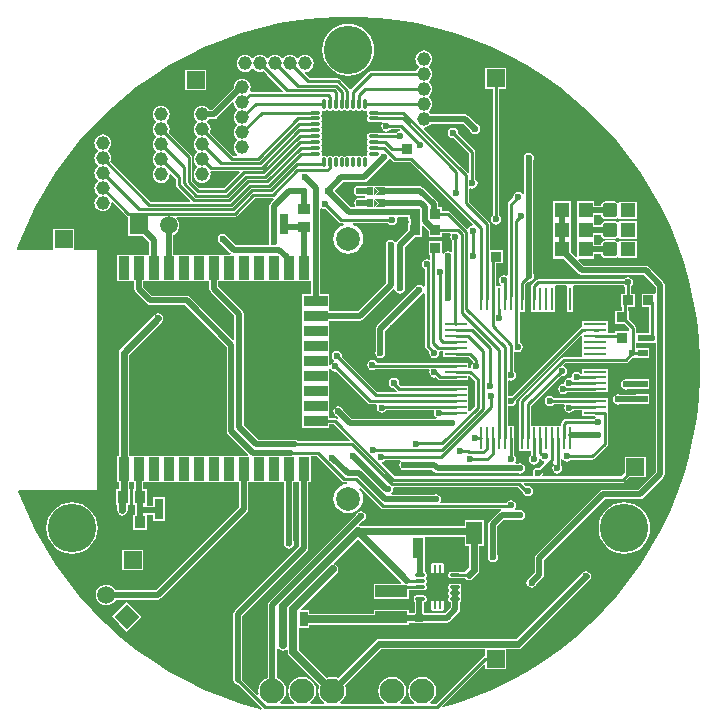
<source format=gtl>
G04*
G04 #@! TF.GenerationSoftware,Altium Limited,Altium Designer,22.3.1 (43)*
G04*
G04 Layer_Physical_Order=1*
G04 Layer_Color=255*
%FSLAX25Y25*%
%MOIN*%
G70*
G04*
G04 #@! TF.SameCoordinates,81C90355-7C20-497C-A289-08F7F31E86F5*
G04*
G04*
G04 #@! TF.FilePolarity,Positive*
G04*
G01*
G75*
%ADD10C,0.00984*%
%ADD15C,0.01000*%
G04:AMPARAMS|DCode=19|XSize=11.02mil|YSize=33.47mil|CornerRadius=1.98mil|HoleSize=0mil|Usage=FLASHONLY|Rotation=0.000|XOffset=0mil|YOffset=0mil|HoleType=Round|Shape=RoundedRectangle|*
%AMROUNDEDRECTD19*
21,1,0.01102,0.02950,0,0,0.0*
21,1,0.00706,0.03347,0,0,0.0*
1,1,0.00397,0.00353,-0.01475*
1,1,0.00397,-0.00353,-0.01475*
1,1,0.00397,-0.00353,0.01475*
1,1,0.00397,0.00353,0.01475*
%
%ADD19ROUNDEDRECTD19*%
G04:AMPARAMS|DCode=20|XSize=11.02mil|YSize=33.47mil|CornerRadius=1.98mil|HoleSize=0mil|Usage=FLASHONLY|Rotation=270.000|XOffset=0mil|YOffset=0mil|HoleType=Round|Shape=RoundedRectangle|*
%AMROUNDEDRECTD20*
21,1,0.01102,0.02950,0,0,270.0*
21,1,0.00706,0.03347,0,0,270.0*
1,1,0.00397,-0.01475,-0.00353*
1,1,0.00397,-0.01475,0.00353*
1,1,0.00397,0.01475,0.00353*
1,1,0.00397,0.01475,-0.00353*
%
%ADD20ROUNDEDRECTD20*%
G04:AMPARAMS|DCode=21|XSize=135.83mil|YSize=135.83mil|CornerRadius=2.04mil|HoleSize=0mil|Usage=FLASHONLY|Rotation=180.000|XOffset=0mil|YOffset=0mil|HoleType=Round|Shape=RoundedRectangle|*
%AMROUNDEDRECTD21*
21,1,0.13583,0.13175,0,0,180.0*
21,1,0.13175,0.13583,0,0,180.0*
1,1,0.00408,-0.06588,0.06588*
1,1,0.00408,0.06588,0.06588*
1,1,0.00408,0.06588,-0.06588*
1,1,0.00408,-0.06588,-0.06588*
%
%ADD21ROUNDEDRECTD21*%
%ADD22R,0.08661X0.02953*%
%ADD23R,0.03543X0.02362*%
%ADD24R,0.10630X0.03937*%
%ADD25R,0.02500X0.05000*%
%ADD27R,0.04724X0.05118*%
%ADD28R,0.03150X0.06693*%
%ADD29R,0.03150X0.04331*%
%ADD30R,0.03543X0.03543*%
%ADD34R,0.05236X0.05236*%
%ADD35R,0.07874X0.03543*%
%ADD36R,0.03543X0.07874*%
%ADD37R,0.02756X0.02559*%
%ADD38R,0.05315X0.07480*%
%ADD39R,0.03740X0.06693*%
%ADD40R,0.03740X0.04134*%
%ADD41R,0.03543X0.04134*%
%ADD42R,0.04134X0.03543*%
%ADD43R,0.03543X0.03543*%
%ADD69C,0.04600*%
G04:AMPARAMS|DCode=77|XSize=64.96mil|YSize=94.49mil|CornerRadius=1.95mil|HoleSize=0mil|Usage=FLASHONLY|Rotation=0.000|XOffset=0mil|YOffset=0mil|HoleType=Round|Shape=RoundedRectangle|*
%AMROUNDEDRECTD77*
21,1,0.06496,0.09059,0,0,0.0*
21,1,0.06106,0.09449,0,0,0.0*
1,1,0.00390,0.03053,-0.04530*
1,1,0.00390,-0.03053,-0.04530*
1,1,0.00390,-0.03053,0.04530*
1,1,0.00390,0.03053,0.04530*
%
%ADD77ROUNDEDRECTD77*%
%ADD78R,0.00984X0.07480*%
G04:AMPARAMS|DCode=79|XSize=74.8mil|YSize=9.84mil|CornerRadius=0mil|HoleSize=0mil|Usage=FLASHONLY|Rotation=90.000|XOffset=0mil|YOffset=0mil|HoleType=Round|Shape=Octagon|*
%AMOCTAGOND79*
4,1,8,0.00246,0.03740,-0.00246,0.03740,-0.00492,0.03494,-0.00492,-0.03494,-0.00246,-0.03740,0.00246,-0.03740,0.00492,-0.03494,0.00492,0.03494,0.00246,0.03740,0.0*
%
%ADD79OCTAGOND79*%

%ADD80R,0.07480X0.00984*%
%ADD81R,0.02165X0.02559*%
%ADD82C,0.02000*%
%ADD83C,0.02362*%
%ADD84C,0.02500*%
%ADD85C,0.01102*%
%ADD86C,0.00500*%
%ADD87C,0.03150*%
%ADD88R,0.01102X0.02756*%
%ADD89R,0.05906X0.05906*%
%ADD90C,0.08268*%
G04:AMPARAMS|DCode=91|XSize=49.21mil|YSize=49.21mil|CornerRadius=12.3mil|HoleSize=0mil|Usage=FLASHONLY|Rotation=180.000|XOffset=0mil|YOffset=0mil|HoleType=Round|Shape=RoundedRectangle|*
%AMROUNDEDRECTD91*
21,1,0.04921,0.02461,0,0,180.0*
21,1,0.02461,0.04921,0,0,180.0*
1,1,0.02461,-0.01230,0.01230*
1,1,0.02461,0.01230,0.01230*
1,1,0.02461,0.01230,-0.01230*
1,1,0.02461,-0.01230,-0.01230*
%
%ADD91ROUNDEDRECTD91*%
%ADD92R,0.04921X0.04921*%
%ADD93R,0.05906X0.05906*%
%ADD94C,0.05906*%
%ADD95P,0.08352X4X178.0*%
%ADD96C,0.16142*%
%ADD97C,0.07874*%
%ADD98C,0.02362*%
%ADD99C,0.01968*%
G36*
X142843Y223855D02*
X143116Y223801D01*
X143689D01*
X143951Y223617D01*
X144136Y223354D01*
Y222781D01*
X144190Y222509D01*
X144344Y222278D01*
Y222022D01*
X144190Y221791D01*
X144136Y221518D01*
Y220813D01*
X144190Y220540D01*
X144344Y220309D01*
X144576Y220155D01*
X144848Y220100D01*
X147798D01*
X148025Y220146D01*
X149037D01*
X149168Y219919D01*
X149244Y219646D01*
X148916Y219156D01*
X148786Y218500D01*
X148916Y217844D01*
X149288Y217288D01*
X149844Y216916D01*
X150500Y216786D01*
X151156Y216916D01*
X151712Y217288D01*
X151938Y217626D01*
X154793D01*
X154938Y217513D01*
X154987Y217426D01*
X154735Y216886D01*
X154503Y216840D01*
X153947Y216469D01*
X153819Y216278D01*
X148033D01*
X147798Y216325D01*
X144848D01*
X144576Y216270D01*
X144344Y216116D01*
X144190Y215885D01*
X144136Y215613D01*
Y214907D01*
X144190Y214635D01*
X144344Y214404D01*
Y214148D01*
X144190Y213917D01*
X144136Y213644D01*
Y212939D01*
X144190Y212666D01*
X144344Y212435D01*
Y212179D01*
X144190Y211948D01*
X144136Y211676D01*
Y210970D01*
X144190Y210698D01*
X144304Y210339D01*
X144190Y209980D01*
X144136Y209707D01*
Y209134D01*
X143951Y208872D01*
X143689Y208687D01*
X143116D01*
X142843Y208633D01*
X142612Y208478D01*
X142356D01*
X142125Y208633D01*
X141853Y208687D01*
X141147D01*
X140875Y208633D01*
X140516Y208519D01*
X140157Y208633D01*
X139884Y208687D01*
X139179D01*
X138906Y208633D01*
X138547Y208519D01*
X138188Y208633D01*
X137916Y208687D01*
X137210D01*
X136938Y208633D01*
X136707Y208478D01*
X136451D01*
X136220Y208633D01*
X135947Y208687D01*
X135242D01*
X134969Y208633D01*
X134738Y208478D01*
X134482D01*
X134251Y208633D01*
X133979Y208687D01*
X133273D01*
X133001Y208633D01*
X132770Y208478D01*
X132514D01*
X132283Y208633D01*
X132010Y208687D01*
X131305D01*
X131032Y208633D01*
X130801Y208478D01*
X130545D01*
X130314Y208633D01*
X130042Y208687D01*
X129469D01*
X129206Y208872D01*
X129022Y209134D01*
Y209707D01*
X128967Y209980D01*
X128853Y210339D01*
X128967Y210698D01*
X129022Y210970D01*
Y211676D01*
X128967Y211948D01*
X128813Y212179D01*
Y212435D01*
X128967Y212666D01*
X129022Y212939D01*
Y213644D01*
X128967Y213917D01*
X128813Y214148D01*
Y214404D01*
X128967Y214635D01*
X129022Y214907D01*
Y215613D01*
X128967Y215885D01*
X128853Y216244D01*
X128967Y216603D01*
X129022Y216876D01*
Y217581D01*
X128967Y217854D01*
X128813Y218085D01*
Y218341D01*
X128967Y218572D01*
X129022Y218844D01*
Y219550D01*
X128967Y219822D01*
X128853Y220181D01*
X128967Y220540D01*
X129022Y220813D01*
Y221518D01*
X128967Y221791D01*
X128813Y222022D01*
Y222278D01*
X128967Y222509D01*
X129022Y222781D01*
Y223354D01*
X129206Y223617D01*
X129469Y223801D01*
X130042D01*
X130314Y223855D01*
X130545Y224010D01*
X130801D01*
X131032Y223855D01*
X131305Y223801D01*
X132010D01*
X132283Y223855D01*
X132514Y224010D01*
X132770D01*
X133001Y223855D01*
X133273Y223801D01*
X133979D01*
X134251Y223855D01*
X134482Y224010D01*
X134738D01*
X134969Y223855D01*
X135242Y223801D01*
X135947D01*
X136220Y223855D01*
X136579Y223969D01*
X136938Y223855D01*
X137210Y223801D01*
X137916D01*
X138188Y223855D01*
X138419Y224010D01*
X138675D01*
X138906Y223855D01*
X139179Y223801D01*
X139884D01*
X140157Y223855D01*
X140388Y224010D01*
X140644D01*
X140875Y223855D01*
X141147Y223801D01*
X141853D01*
X142125Y223855D01*
X142356Y224010D01*
X142612D01*
X142843Y223855D01*
D02*
G37*
G36*
X147659Y254734D02*
X154200Y253997D01*
X160690Y252894D01*
X167107Y251429D01*
X173433Y249607D01*
X179646Y247433D01*
X185728Y244914D01*
X191658Y242058D01*
X197420Y238874D01*
X202993Y235371D01*
X208362Y231562D01*
X213509Y227458D01*
X218417Y223072D01*
X223072Y218417D01*
X227458Y213509D01*
X231562Y208362D01*
X235371Y202993D01*
X238873Y197420D01*
X242058Y191658D01*
X244914Y185728D01*
X247433Y179646D01*
X249607Y173433D01*
X251429Y167107D01*
X252894Y160690D01*
X253997Y154200D01*
X254734Y147659D01*
X255103Y141087D01*
Y137795D01*
Y134504D01*
X254734Y127932D01*
X253997Y121390D01*
X252894Y114901D01*
X251429Y108483D01*
X249607Y102158D01*
X247433Y95944D01*
X244914Y89863D01*
X242058Y83932D01*
X238874Y78171D01*
X235371Y72597D01*
X231562Y67229D01*
X227458Y62082D01*
X223072Y57174D01*
X218417Y52519D01*
X213509Y48133D01*
X208362Y44029D01*
X202993Y40219D01*
X197420Y36717D01*
X191658Y33533D01*
X185728Y30677D01*
X179646Y28158D01*
X173433Y25984D01*
X169468Y24841D01*
X169214Y25272D01*
X183085Y39143D01*
X183547Y38952D01*
Y37547D01*
X190453D01*
Y44286D01*
X194500D01*
X195156Y44416D01*
X195712Y44788D01*
X218212Y67288D01*
X218584Y67844D01*
X218714Y68500D01*
X218584Y69156D01*
X218212Y69712D01*
X217656Y70084D01*
X217000Y70214D01*
X216344Y70084D01*
X215788Y69712D01*
X193790Y47714D01*
X148165D01*
X147510Y47584D01*
X146953Y47212D01*
X134313Y34572D01*
X133690Y34830D01*
X132480Y34989D01*
X131271Y34830D01*
X130718Y34601D01*
X121284Y44034D01*
Y51227D01*
X124750D01*
Y52443D01*
X151790D01*
X151939Y52472D01*
X157980D01*
Y53128D01*
X159622D01*
Y52878D01*
X163378D01*
Y53128D01*
X170658D01*
X171243Y53245D01*
X171739Y53576D01*
X174581Y56419D01*
X174913Y56915D01*
X175029Y57500D01*
Y60077D01*
X175121Y60096D01*
X175352Y60250D01*
X175507Y60481D01*
X175561Y60754D01*
Y61459D01*
X175507Y61732D01*
X175352Y61963D01*
Y62218D01*
X175507Y62450D01*
X175561Y62722D01*
Y63428D01*
X175507Y63700D01*
X175352Y63931D01*
Y64187D01*
X175507Y64418D01*
X175561Y64691D01*
Y65396D01*
X175507Y65669D01*
X175352Y65900D01*
X175121Y66054D01*
X174849Y66108D01*
X171899D01*
X171627Y66054D01*
X171396Y65900D01*
X171241Y65669D01*
X171187Y65396D01*
Y64691D01*
X171241Y64418D01*
X171396Y64187D01*
Y63931D01*
X171241Y63700D01*
X171187Y63428D01*
Y62722D01*
X171241Y62450D01*
X171396Y62218D01*
Y61963D01*
X171241Y61732D01*
X171187Y61459D01*
Y60754D01*
X171241Y60481D01*
X171396Y60250D01*
X171627Y60096D01*
X171899Y60041D01*
X171971D01*
Y58134D01*
X170024Y56187D01*
X163378D01*
Y56437D01*
X163029D01*
Y60041D01*
X163235D01*
X163507Y60096D01*
X163738Y60250D01*
X163892Y60481D01*
X163947Y60754D01*
Y61459D01*
X163892Y61732D01*
X163738Y61963D01*
X163507Y62117D01*
X163235Y62171D01*
X160285D01*
X160012Y62117D01*
X159782Y61963D01*
X159627Y61732D01*
X159573Y61459D01*
Y60754D01*
X159627Y60481D01*
X159782Y60250D01*
X159971Y60124D01*
Y56437D01*
X159622D01*
Y56187D01*
X157980D01*
Y57409D01*
X146350D01*
Y56011D01*
X124750D01*
Y57227D01*
X122257D01*
X122066Y57689D01*
X133939Y69561D01*
X134325Y70140D01*
X134461Y70823D01*
X134325Y71506D01*
X133939Y72085D01*
X133360Y72472D01*
X133228Y72498D01*
X133064Y73040D01*
X141050Y81026D01*
X155499Y66577D01*
X155308Y66115D01*
X153945D01*
X153723Y66071D01*
X146350D01*
Y61134D01*
X157980D01*
Y63972D01*
X161760D01*
X161795Y63978D01*
X163235D01*
X163507Y64033D01*
X163738Y64187D01*
X163892Y64418D01*
X163947Y64691D01*
Y65396D01*
X163892Y65669D01*
X163779Y66028D01*
X163892Y66387D01*
X163947Y66659D01*
Y67365D01*
X163892Y67637D01*
X163738Y67868D01*
Y68124D01*
X163892Y68355D01*
X163947Y68628D01*
Y69333D01*
X163892Y69606D01*
X163738Y69837D01*
X163507Y69991D01*
X163289Y70034D01*
Y74154D01*
X163358D01*
Y81786D01*
X176610D01*
Y78803D01*
X178054D01*
Y71458D01*
X176788Y70192D01*
X176694Y70052D01*
X173374D01*
X173339Y70045D01*
X171899D01*
X171627Y69991D01*
X171396Y69837D01*
X171241Y69606D01*
X171187Y69333D01*
Y68628D01*
X171241Y68355D01*
X171396Y68124D01*
X171627Y67970D01*
X171899Y67915D01*
X173339D01*
X173374Y67909D01*
X176694D01*
X176788Y67768D01*
X177344Y67397D01*
X178000Y67266D01*
X178656Y67397D01*
X179212Y67768D01*
X180980Y69536D01*
X181351Y70092D01*
X181482Y70748D01*
Y78803D01*
X182925D01*
Y87283D01*
X176610D01*
Y85214D01*
X141584D01*
X141380Y85706D01*
X141381Y85718D01*
X142560Y86897D01*
X142656Y86916D01*
X143212Y87288D01*
X143584Y87844D01*
X143714Y88500D01*
X143584Y89156D01*
X143212Y89712D01*
X142656Y90084D01*
X142000Y90214D01*
X141344Y90084D01*
X140788Y89712D01*
X140416Y89156D01*
X140397Y89060D01*
X111399Y60062D01*
X111067Y59566D01*
X110951Y58980D01*
Y34697D01*
X110143Y34363D01*
X109176Y33620D01*
X108433Y32652D01*
X107966Y31525D01*
X107807Y30315D01*
X107954Y29195D01*
X107563Y28879D01*
X102515Y33927D01*
X102529Y34000D01*
Y55366D01*
X124081Y76919D01*
X124413Y77415D01*
X124529Y78000D01*
Y99894D01*
X125303D01*
Y108748D01*
X127225D01*
X135776Y100197D01*
X136107Y99976D01*
X136497Y99899D01*
X137358D01*
X137391Y99399D01*
X136511Y99283D01*
X135313Y98787D01*
X134285Y97998D01*
X133496Y96970D01*
X133001Y95773D01*
X132832Y94488D01*
X133001Y93204D01*
X133496Y92006D01*
X134285Y90978D01*
X135313Y90189D01*
X136511Y89694D01*
X137795Y89525D01*
X139080Y89694D01*
X140277Y90189D01*
X141305Y90978D01*
X142094Y92006D01*
X142590Y93204D01*
X142759Y94488D01*
X142590Y95773D01*
X142094Y96970D01*
X141543Y97688D01*
X141920Y98018D01*
X148659Y91279D01*
X148990Y91058D01*
X149380Y90980D01*
X188644D01*
X188693Y90480D01*
X188430Y90428D01*
X187934Y90096D01*
X184919Y87081D01*
X184587Y86585D01*
X184471Y86000D01*
Y75737D01*
X184416Y75656D01*
X184286Y75000D01*
X184416Y74344D01*
X184788Y73788D01*
X185344Y73416D01*
X186000Y73286D01*
X186656Y73416D01*
X187212Y73788D01*
X187584Y74344D01*
X187714Y75000D01*
X187584Y75656D01*
X187529Y75737D01*
Y85366D01*
X189649Y87486D01*
X194240D01*
X194344Y87416D01*
X195000Y87286D01*
X195656Y87416D01*
X196212Y87788D01*
X196584Y88344D01*
X196714Y89000D01*
X196584Y89656D01*
X196212Y90212D01*
X195656Y90584D01*
X195000Y90714D01*
X194344Y90584D01*
X194286Y90544D01*
X193476D01*
X193348Y90751D01*
X193262Y91044D01*
X193584Y91525D01*
X193714Y92181D01*
X193584Y92837D01*
X193212Y93393D01*
X192656Y93765D01*
X192000Y93895D01*
X191344Y93765D01*
X190788Y93393D01*
X190538Y93020D01*
X168776D01*
X168540Y93461D01*
X168584Y93525D01*
X168714Y94181D01*
X168584Y94837D01*
X168212Y95393D01*
X167656Y95765D01*
X167000Y95895D01*
X166344Y95765D01*
X166263Y95710D01*
X152248D01*
X152096Y96210D01*
X152212Y96288D01*
X152584Y96844D01*
X152714Y97500D01*
X152655Y97799D01*
X153043Y98299D01*
X194259D01*
X196069Y96490D01*
X196098Y96344D01*
X196469Y95788D01*
X197025Y95416D01*
X197681Y95286D01*
X198337Y95416D01*
X198893Y95788D01*
X199265Y96344D01*
X199395Y97000D01*
X199265Y97656D01*
X198893Y98212D01*
X198337Y98584D01*
X197681Y98714D01*
X197025Y98584D01*
X196925Y98517D01*
X196105Y99337D01*
X196296Y99799D01*
X229319D01*
X229709Y99877D01*
X230040Y100098D01*
X231489Y101547D01*
X236953D01*
Y108453D01*
X230047D01*
Y102989D01*
X228897Y101839D01*
X202776D01*
X202540Y102279D01*
X202584Y102344D01*
X202714Y103000D01*
X202713Y103007D01*
X205872Y106166D01*
X206393Y105979D01*
X206411Y105794D01*
X206288Y105712D01*
X205916Y105156D01*
X205786Y104500D01*
X205916Y103844D01*
X206288Y103288D01*
X206844Y102916D01*
X207500Y102786D01*
X208156Y102916D01*
X208712Y103288D01*
X209084Y103844D01*
X209214Y104500D01*
X209084Y105156D01*
X208712Y105712D01*
X208689Y105727D01*
Y107695D01*
X208927Y107773D01*
X209189Y107778D01*
X209516Y107288D01*
X210072Y106916D01*
X210728Y106786D01*
X211384Y106916D01*
X211940Y107288D01*
X212069Y107480D01*
X219000D01*
X219390Y107558D01*
X219721Y107779D01*
X224032Y112090D01*
X224253Y112421D01*
X224331Y112811D01*
Y123024D01*
X224319Y123083D01*
Y127961D01*
X220177D01*
X220079Y127980D01*
X206367D01*
X206212Y128212D01*
X205656Y128584D01*
X205000Y128714D01*
X204344Y128584D01*
X203788Y128212D01*
X203416Y127656D01*
X203286Y127000D01*
X203416Y126344D01*
X203788Y125788D01*
X204344Y125416D01*
X205000Y125286D01*
X205656Y125416D01*
X206212Y125788D01*
X206325Y125957D01*
X209776D01*
X210012Y125516D01*
X209964Y125443D01*
X209833Y124787D01*
X209964Y124132D01*
X210335Y123575D01*
X210891Y123204D01*
X211547Y123073D01*
X212203Y123204D01*
X212759Y123575D01*
X213030Y123981D01*
X215839D01*
Y122039D01*
X219941D01*
X220079Y122012D01*
X220144D01*
X220296Y121512D01*
X219918Y121259D01*
X219784Y121059D01*
X210279D01*
X209892Y120982D01*
X209563Y120763D01*
X208930Y120130D01*
X208711Y119801D01*
X208634Y119414D01*
Y118807D01*
X198846D01*
Y125416D01*
X208764Y135333D01*
X209000Y135286D01*
X209656Y135416D01*
X210212Y135788D01*
X210584Y136344D01*
X210714Y137000D01*
X210584Y137656D01*
X210212Y138212D01*
X209656Y138584D01*
X209572Y138600D01*
X209427Y139079D01*
X210090Y139741D01*
X216808D01*
X216831Y139736D01*
X220074D01*
X220079Y139737D01*
X220083Y139736D01*
X223615D01*
X223638Y139741D01*
X230402D01*
X230789Y139818D01*
X231117Y140037D01*
X232388Y141308D01*
X232500Y141286D01*
X233156Y141416D01*
X233226Y141463D01*
X233658Y141232D01*
Y141232D01*
X238201D01*
Y144595D01*
X233665D01*
Y146350D01*
X238201D01*
X238201Y146350D01*
X238699Y146346D01*
X239000Y146286D01*
X239656Y146416D01*
X239742Y146474D01*
X240242Y146207D01*
Y103136D01*
X234521Y97414D01*
X222885D01*
X222300Y97298D01*
X221803Y96966D01*
X200419Y75581D01*
X200087Y75085D01*
X199971Y74500D01*
Y69731D01*
X198193Y67954D01*
X197702Y67626D01*
X197330Y67070D01*
X197200Y66414D01*
X197330Y65758D01*
X197702Y65202D01*
X198258Y64830D01*
X198914Y64700D01*
X199570Y64830D01*
X200126Y65202D01*
X200497Y65758D01*
X200541Y65976D01*
X202581Y68017D01*
X202913Y68513D01*
X203029Y69098D01*
Y73866D01*
X223518Y94355D01*
X235154D01*
X235739Y94472D01*
X236236Y94803D01*
X242853Y101421D01*
X243185Y101917D01*
X243301Y102502D01*
Y165739D01*
X243185Y166325D01*
X242853Y166821D01*
X238076Y171598D01*
X237580Y171930D01*
X236994Y172046D01*
X216483D01*
X214550Y173979D01*
X214741Y174441D01*
X219799D01*
Y175971D01*
X222112D01*
X222187Y175595D01*
X222569Y175022D01*
X223142Y174640D01*
X223817Y174505D01*
X226277D01*
X226953Y174640D01*
X227492Y175000D01*
X227664Y174962D01*
X227992Y174821D01*
Y174539D01*
X233913D01*
Y180461D01*
X227992D01*
Y180179D01*
X227664Y180038D01*
X227492Y180000D01*
X226953Y180360D01*
X226277Y180494D01*
X223817D01*
X223142Y180360D01*
X222569Y179978D01*
X222187Y179405D01*
X222112Y179029D01*
X219799D01*
Y180441D01*
X219799Y180559D01*
Y180941D01*
X219799Y181059D01*
Y182471D01*
X222112D01*
X222187Y182095D01*
X222569Y181522D01*
X223142Y181140D01*
X223817Y181006D01*
X226277D01*
X226953Y181140D01*
X227492Y181500D01*
X227664Y181462D01*
X227992Y181321D01*
Y181039D01*
X233913D01*
Y186961D01*
X227992D01*
Y186679D01*
X227664Y186538D01*
X227492Y186500D01*
X226953Y186860D01*
X226277Y186995D01*
X223817D01*
X223142Y186860D01*
X222569Y186478D01*
X222187Y185905D01*
X222112Y185529D01*
X219799D01*
Y186941D01*
X219799Y187059D01*
Y187441D01*
X219799Y187559D01*
Y188971D01*
X222112D01*
X222187Y188595D01*
X222569Y188022D01*
X223142Y187640D01*
X223817Y187505D01*
X226277D01*
X226953Y187640D01*
X227492Y188000D01*
X227664Y187962D01*
X227992Y187821D01*
Y187539D01*
X233913D01*
Y193461D01*
X227992D01*
Y193179D01*
X227664Y193038D01*
X227492Y193000D01*
X226953Y193360D01*
X226277Y193494D01*
X223817D01*
X223142Y193360D01*
X222569Y192978D01*
X222187Y192405D01*
X222112Y192029D01*
X219799D01*
Y193559D01*
X214075D01*
Y187559D01*
X214075Y187441D01*
Y187059D01*
X214075Y186941D01*
Y181059D01*
X214075Y180941D01*
Y180559D01*
X214075Y180441D01*
Y175108D01*
X213613Y174916D01*
X211925Y176604D01*
Y180559D01*
X211925D01*
Y180941D01*
X211925D01*
Y187059D01*
X211925D01*
Y187441D01*
X211925D01*
Y193559D01*
X206201D01*
Y187441D01*
X206201D01*
Y187059D01*
X206201D01*
Y180941D01*
X206201D01*
Y180559D01*
X206201D01*
Y174441D01*
X209762D01*
X214768Y169435D01*
X215264Y169104D01*
X215849Y168987D01*
X236361D01*
X240242Y165106D01*
Y163220D01*
X240118Y162772D01*
X235575D01*
Y158228D01*
X237980D01*
Y149713D01*
X233665D01*
Y151351D01*
X233588Y151738D01*
X233369Y152066D01*
X231272Y154163D01*
Y157118D01*
X231165D01*
Y158228D01*
X233425D01*
Y162772D01*
X232165D01*
Y165257D01*
X232212Y165288D01*
X232584Y165844D01*
X232714Y166500D01*
X232584Y167156D01*
X232212Y167712D01*
X231656Y168084D01*
X231000Y168214D01*
X230344Y168084D01*
X229788Y167712D01*
X229657Y167516D01*
X201005D01*
X200617Y167439D01*
X200289Y167220D01*
X199088Y166018D01*
X198869Y165690D01*
X198792Y165303D01*
Y161024D01*
X198811Y160926D01*
Y156783D01*
X206701D01*
Y165264D01*
X207106Y165493D01*
X210217D01*
X210622Y165264D01*
X210622Y164993D01*
Y156783D01*
X212606D01*
Y164993D01*
X212606Y165264D01*
X213011Y165493D01*
X229651D01*
X229788Y165288D01*
X230142Y165051D01*
Y162772D01*
X228882D01*
Y158228D01*
X229142D01*
Y157118D01*
X226728D01*
Y152575D01*
X229999D01*
X231421Y151153D01*
X231399Y150533D01*
X231272Y150425D01*
X226728D01*
Y149634D01*
X224319D01*
Y153551D01*
X215839D01*
Y151602D01*
X215732D01*
X215345Y151525D01*
X215017Y151306D01*
X192378Y128667D01*
X192142Y128714D01*
X191486Y128584D01*
X191413Y128535D01*
X190972Y128771D01*
Y133729D01*
X191413Y133965D01*
X191486Y133916D01*
X192142Y133786D01*
X192798Y133916D01*
X193354Y134288D01*
X193725Y134844D01*
X193856Y135500D01*
X193725Y136156D01*
X193354Y136712D01*
X193153Y136846D01*
Y143224D01*
X193594Y143460D01*
X193659Y143416D01*
X194315Y143286D01*
X194971Y143416D01*
X195527Y143788D01*
X195898Y144344D01*
X196029Y145000D01*
X195898Y145656D01*
X195527Y146212D01*
X194971Y146584D01*
X194909Y146596D01*
Y156783D01*
X196858D01*
Y160926D01*
X196878Y161024D01*
Y165947D01*
X197764Y166833D01*
X198000Y166786D01*
X198656Y166916D01*
X199212Y167288D01*
X199584Y167844D01*
X199714Y168500D01*
X199584Y169156D01*
X199529Y169237D01*
Y207263D01*
X199584Y207344D01*
X199714Y208000D01*
X199584Y208656D01*
X199212Y209212D01*
X198656Y209584D01*
X198000Y209714D01*
X197344Y209584D01*
X196788Y209212D01*
X196416Y208656D01*
X196286Y208000D01*
X196416Y207344D01*
X196471Y207263D01*
Y195977D01*
X195971Y195825D01*
X195712Y196212D01*
X195156Y196584D01*
X194500Y196714D01*
X193844Y196584D01*
X193288Y196212D01*
X192916Y195656D01*
X192786Y195000D01*
X192833Y194764D01*
X191233Y193163D01*
X191013Y192835D01*
X190936Y192448D01*
Y168972D01*
X190496Y168736D01*
X190423Y168784D01*
X189767Y168915D01*
X189111Y168784D01*
X188555Y168413D01*
X188183Y167857D01*
X188053Y167201D01*
X188183Y166545D01*
X188555Y165989D01*
X188565Y165982D01*
X188625Y165346D01*
X188545Y165264D01*
X187035D01*
Y172882D01*
X189272D01*
Y177425D01*
X185067D01*
Y185945D01*
X184990Y186332D01*
X184771Y186660D01*
X178041Y193390D01*
Y197729D01*
X178481Y197965D01*
X178554Y197916D01*
X179210Y197786D01*
X179866Y197916D01*
X180422Y198288D01*
X180794Y198844D01*
X180924Y199500D01*
X180794Y200156D01*
X180422Y200712D01*
X180230Y200841D01*
Y209880D01*
X180152Y210271D01*
X179931Y210601D01*
X174441Y216092D01*
X174486Y216319D01*
X174355Y216975D01*
X173984Y217531D01*
X173427Y217902D01*
X172772Y218033D01*
X172116Y217902D01*
X171560Y217531D01*
X171188Y216975D01*
X171058Y216319D01*
X171188Y215663D01*
X171560Y215107D01*
X172116Y214735D01*
X172772Y214605D01*
X172999Y214650D01*
X178190Y209458D01*
Y203252D01*
X177912Y203107D01*
X177690Y203073D01*
X163081Y217682D01*
X163261Y218210D01*
X163731Y218272D01*
X164412Y218554D01*
X164997Y219003D01*
X165356Y219471D01*
X176172D01*
X178467Y217176D01*
X178486Y217080D01*
X178857Y216524D01*
X179413Y216152D01*
X180069Y216022D01*
X180725Y216152D01*
X181281Y216524D01*
X181653Y217080D01*
X181783Y217736D01*
X181653Y218392D01*
X181281Y218948D01*
X180725Y219319D01*
X180630Y219338D01*
X177886Y222081D01*
X177390Y222413D01*
X176805Y222529D01*
X165356D01*
X164997Y222997D01*
X164752Y223185D01*
Y223815D01*
X164997Y224003D01*
X165446Y224588D01*
X165728Y225269D01*
X165824Y226000D01*
X165728Y226731D01*
X165446Y227412D01*
X164997Y227997D01*
X164752Y228185D01*
Y228815D01*
X164997Y229003D01*
X165446Y229588D01*
X165728Y230269D01*
X165824Y231000D01*
X165728Y231731D01*
X165446Y232412D01*
X164997Y232997D01*
X164752Y233185D01*
Y233815D01*
X164997Y234003D01*
X165446Y234588D01*
X165728Y235269D01*
X165824Y236000D01*
X165728Y236731D01*
X165446Y237412D01*
X164997Y237997D01*
X164752Y238185D01*
Y238815D01*
X164997Y239003D01*
X165446Y239588D01*
X165728Y240269D01*
X165824Y241000D01*
X165728Y241731D01*
X165446Y242412D01*
X164997Y242997D01*
X164412Y243446D01*
X163731Y243728D01*
X163000Y243824D01*
X162269Y243728D01*
X161588Y243446D01*
X161003Y242997D01*
X160554Y242412D01*
X160272Y241731D01*
X160176Y241000D01*
X160272Y240269D01*
X160554Y239588D01*
X161003Y239003D01*
X161248Y238815D01*
Y238185D01*
X161003Y237997D01*
X160554Y237412D01*
X160392Y237020D01*
X145379D01*
X144989Y236942D01*
X144658Y236721D01*
X138866Y230929D01*
X138596Y230885D01*
X138330Y230898D01*
X138250Y230935D01*
X134964Y234221D01*
X134633Y234442D01*
X134243Y234520D01*
X124922D01*
X123236Y236206D01*
X123469Y236680D01*
X123500Y236676D01*
X124231Y236772D01*
X124912Y237054D01*
X125497Y237503D01*
X125946Y238088D01*
X126228Y238769D01*
X126324Y239500D01*
X126228Y240231D01*
X125946Y240912D01*
X125497Y241497D01*
X124912Y241946D01*
X124231Y242228D01*
X123500Y242324D01*
X122769Y242228D01*
X122088Y241946D01*
X121503Y241497D01*
X121315Y241252D01*
X120685D01*
X120497Y241497D01*
X119912Y241946D01*
X119231Y242228D01*
X118500Y242324D01*
X117769Y242228D01*
X117088Y241946D01*
X116503Y241497D01*
X116315Y241252D01*
X115685D01*
X115497Y241497D01*
X114912Y241946D01*
X114231Y242228D01*
X113500Y242324D01*
X112769Y242228D01*
X112088Y241946D01*
X111503Y241497D01*
X111315Y241252D01*
X110685D01*
X110497Y241497D01*
X109912Y241946D01*
X109231Y242228D01*
X108500Y242324D01*
X107769Y242228D01*
X107088Y241946D01*
X106503Y241497D01*
X106315Y241252D01*
X105685D01*
X105497Y241497D01*
X104912Y241946D01*
X104231Y242228D01*
X103500Y242324D01*
X102769Y242228D01*
X102088Y241946D01*
X101503Y241497D01*
X101054Y240912D01*
X100772Y240231D01*
X100676Y239500D01*
X100772Y238769D01*
X101054Y238088D01*
X101503Y237503D01*
X102088Y237054D01*
X102769Y236772D01*
X103500Y236676D01*
X104231Y236772D01*
X104912Y237054D01*
X105497Y237503D01*
X105685Y237748D01*
X106315D01*
X106503Y237503D01*
X107088Y237054D01*
X107769Y236772D01*
X108500Y236676D01*
X109231Y236772D01*
X109623Y236935D01*
X110856Y235702D01*
X116077Y230482D01*
X115885Y230020D01*
X105459D01*
X105125Y230520D01*
X105228Y230769D01*
X105324Y231500D01*
X105228Y232231D01*
X104946Y232912D01*
X104497Y233497D01*
X103912Y233946D01*
X103231Y234228D01*
X102500Y234324D01*
X101769Y234228D01*
X101088Y233946D01*
X100503Y233497D01*
X100054Y232912D01*
X99772Y232231D01*
X99676Y231500D01*
X99694Y231362D01*
X92362Y224029D01*
X91487D01*
X91128Y224497D01*
X90543Y224946D01*
X89862Y225228D01*
X89131Y225324D01*
X88400Y225228D01*
X87719Y224946D01*
X87134Y224497D01*
X86685Y223912D01*
X86403Y223231D01*
X86307Y222500D01*
X86403Y221769D01*
X86685Y221088D01*
X87134Y220503D01*
X87379Y220315D01*
Y219685D01*
X87134Y219497D01*
X86685Y218912D01*
X86403Y218231D01*
X86307Y217500D01*
X86403Y216769D01*
X86685Y216088D01*
X87134Y215503D01*
X87379Y215315D01*
Y214685D01*
X87134Y214497D01*
X86685Y213912D01*
X86403Y213231D01*
X86307Y212500D01*
X86403Y211769D01*
X86685Y211088D01*
X87134Y210503D01*
X87379Y210315D01*
Y209685D01*
X87134Y209497D01*
X86685Y208912D01*
X86403Y208231D01*
X86307Y207500D01*
X86403Y206769D01*
X86685Y206088D01*
X87134Y205503D01*
X87379Y205315D01*
Y204685D01*
X87134Y204497D01*
X86685Y203912D01*
X86403Y203231D01*
X86307Y202500D01*
X86403Y201769D01*
X86685Y201088D01*
X87134Y200503D01*
X87719Y200054D01*
X88400Y199772D01*
X89131Y199676D01*
X89862Y199772D01*
X90543Y200054D01*
X91128Y200503D01*
X91577Y201088D01*
X91859Y201769D01*
X91955Y202500D01*
X91863Y203196D01*
X91870Y203245D01*
X92214Y203680D01*
X101479D01*
X101670Y203219D01*
X96424Y197972D01*
X88212D01*
X85747Y200438D01*
Y208273D01*
X85669Y208663D01*
X85448Y208994D01*
X78065Y216377D01*
X78228Y216769D01*
X78324Y217500D01*
X78228Y218231D01*
X77946Y218912D01*
X77497Y219497D01*
X77252Y219685D01*
Y220315D01*
X77497Y220503D01*
X77946Y221088D01*
X78228Y221769D01*
X78324Y222500D01*
X78228Y223231D01*
X77946Y223912D01*
X77497Y224497D01*
X76912Y224946D01*
X76231Y225228D01*
X75500Y225324D01*
X74769Y225228D01*
X74088Y224946D01*
X73503Y224497D01*
X73054Y223912D01*
X72772Y223231D01*
X72676Y222500D01*
X72772Y221769D01*
X73054Y221088D01*
X73503Y220503D01*
X73748Y220315D01*
Y219685D01*
X73503Y219497D01*
X73054Y218912D01*
X72772Y218231D01*
X72676Y217500D01*
X72772Y216769D01*
X73054Y216088D01*
X73503Y215503D01*
X73748Y215315D01*
Y214685D01*
X73503Y214497D01*
X73054Y213912D01*
X72772Y213231D01*
X72676Y212500D01*
X72772Y211769D01*
X73054Y211088D01*
X73503Y210503D01*
X73748Y210315D01*
Y209685D01*
X73503Y209497D01*
X73054Y208912D01*
X72772Y208231D01*
X72676Y207500D01*
X72772Y206769D01*
X73054Y206088D01*
X73503Y205503D01*
X73748Y205315D01*
Y204685D01*
X73503Y204497D01*
X73054Y203912D01*
X72772Y203231D01*
X72676Y202500D01*
X72772Y201769D01*
X73054Y201088D01*
X73503Y200503D01*
X74088Y200054D01*
X74769Y199772D01*
X75500Y199676D01*
X76231Y199772D01*
X76912Y200054D01*
X77497Y200503D01*
X77946Y201088D01*
X78228Y201769D01*
X78324Y202500D01*
X78320Y202531D01*
X78794Y202764D01*
X80480Y201078D01*
Y199000D01*
X80558Y198610D01*
X80779Y198279D01*
X85124Y193934D01*
X84932Y193472D01*
X71970D01*
X58565Y206877D01*
X58728Y207269D01*
X58824Y208000D01*
X58728Y208731D01*
X58446Y209412D01*
X57997Y209997D01*
X57752Y210185D01*
Y210815D01*
X57997Y211003D01*
X58446Y211588D01*
X58728Y212269D01*
X58824Y213000D01*
X58728Y213731D01*
X58446Y214412D01*
X57997Y214997D01*
X57412Y215446D01*
X56731Y215728D01*
X56000Y215824D01*
X55269Y215728D01*
X54588Y215446D01*
X54003Y214997D01*
X53554Y214412D01*
X53272Y213731D01*
X53176Y213000D01*
X53272Y212269D01*
X53554Y211588D01*
X54003Y211003D01*
X54248Y210815D01*
Y210185D01*
X54003Y209997D01*
X53554Y209412D01*
X53272Y208731D01*
X53176Y208000D01*
X53272Y207269D01*
X53554Y206588D01*
X54003Y206003D01*
X54248Y205815D01*
Y205185D01*
X54003Y204997D01*
X53554Y204412D01*
X53272Y203731D01*
X53176Y203000D01*
X53272Y202269D01*
X53554Y201588D01*
X54003Y201003D01*
X54248Y200815D01*
Y200185D01*
X54003Y199997D01*
X53554Y199412D01*
X53272Y198731D01*
X53176Y198000D01*
X53272Y197269D01*
X53554Y196588D01*
X54003Y196003D01*
X54248Y195815D01*
Y195185D01*
X54003Y194997D01*
X53554Y194412D01*
X53272Y193731D01*
X53176Y193000D01*
X53272Y192269D01*
X53554Y191588D01*
X54003Y191003D01*
X54588Y190554D01*
X55269Y190272D01*
X56000Y190176D01*
X56731Y190272D01*
X57412Y190554D01*
X57997Y191003D01*
X58446Y191588D01*
X58728Y192269D01*
X58824Y193000D01*
X58820Y193031D01*
X59294Y193264D01*
X63826Y188732D01*
X64157Y188511D01*
X64547Y188433D01*
Y182047D01*
X69290D01*
X71471Y179867D01*
Y175697D01*
X70760D01*
Y175697D01*
X70303D01*
Y175697D01*
X65803D01*
X65760Y175697D01*
X65303D01*
X65260Y175697D01*
X60760D01*
Y166823D01*
X65260D01*
X65303Y166823D01*
X65760D01*
X65803Y166823D01*
X66502D01*
Y164323D01*
X66619Y163737D01*
X66950Y163241D01*
X70744Y159448D01*
X71240Y159116D01*
X71825Y159000D01*
X83337D01*
X97372Y144965D01*
Y116955D01*
X97488Y116370D01*
X97820Y115874D01*
X104464Y109230D01*
X104272Y108768D01*
X100803D01*
X100760Y108768D01*
X100303D01*
X100260Y108768D01*
X95803D01*
X95760Y108768D01*
X95303D01*
X95260Y108768D01*
X90803D01*
X90760Y108768D01*
X90303D01*
X90260Y108768D01*
X85803D01*
X85760Y108768D01*
X85303D01*
X85260Y108768D01*
X80803D01*
X80760Y108768D01*
X80303D01*
X80260Y108768D01*
X75803D01*
X75760Y108768D01*
X75303D01*
X75260Y108768D01*
X70803D01*
X70760Y108768D01*
X70303D01*
X70260Y108768D01*
X65803D01*
X65760Y108768D01*
X65303D01*
X65260Y108768D01*
X64746D01*
Y142322D01*
X75712Y153288D01*
X76084Y153844D01*
X76214Y154500D01*
X76084Y155156D01*
X75712Y155712D01*
X75156Y156084D01*
X74500Y156214D01*
X73844Y156084D01*
X73288Y155712D01*
X61820Y144244D01*
X61448Y143687D01*
X61318Y143032D01*
Y108768D01*
X60760D01*
Y99894D01*
X61318D01*
Y97567D01*
X60374D01*
Y92433D01*
X60855D01*
Y90848D01*
X60786Y90500D01*
X60916Y89844D01*
X61288Y89288D01*
X61844Y88916D01*
X62500Y88786D01*
X63156Y88916D01*
X63712Y89288D01*
X63781Y89357D01*
X64153Y89913D01*
X64283Y90569D01*
Y92433D01*
X64917D01*
Y97567D01*
X64746D01*
Y99894D01*
X65260D01*
X65303Y99894D01*
X65760D01*
X65803Y99894D01*
X66502D01*
Y97567D01*
X66083D01*
Y92433D01*
X66825D01*
Y90696D01*
X66786Y90500D01*
X66825Y90304D01*
Y89067D01*
X65984D01*
Y83933D01*
X70724D01*
Y88971D01*
X72732D01*
Y87154D01*
X76882D01*
Y94846D01*
X72732D01*
Y92029D01*
X70859D01*
X70626Y92433D01*
Y97567D01*
X69561D01*
Y99894D01*
X70260D01*
X70303Y99894D01*
X70760D01*
X70803Y99894D01*
X75260D01*
X75303Y99894D01*
X75760D01*
X75803Y99894D01*
X80260D01*
X80303Y99894D01*
X80760D01*
X80803Y99894D01*
X85260D01*
X85303Y99894D01*
X85760D01*
X85803Y99894D01*
X90260D01*
X90303Y99894D01*
X90760D01*
X90803Y99894D01*
X95260D01*
X95303Y99894D01*
X95760D01*
X95803Y99894D01*
X100260D01*
X100303Y99894D01*
X100760D01*
X100803Y99894D01*
X101471D01*
Y91633D01*
X73680Y63843D01*
X60294D01*
X60255Y63949D01*
X59727Y64689D01*
X59026Y65267D01*
X58198Y65644D01*
X57301Y65794D01*
X56397Y65707D01*
X55545Y65389D01*
X54805Y64861D01*
X54227Y64159D01*
X53850Y63332D01*
X53700Y62435D01*
X53787Y61530D01*
X54105Y60679D01*
X54633Y59939D01*
X55335Y59360D01*
X56162Y58983D01*
X57059Y58833D01*
X57963Y58920D01*
X58815Y59239D01*
X59555Y59767D01*
X60133Y60468D01*
X60277Y60784D01*
X74314D01*
X74899Y60901D01*
X75395Y61232D01*
X104081Y89919D01*
X104413Y90415D01*
X104529Y91000D01*
Y99894D01*
X105303D01*
X105303Y99894D01*
X105760D01*
Y99894D01*
X105803Y99894D01*
X110303D01*
Y99894D01*
X110760D01*
Y99894D01*
X115303D01*
Y99894D01*
X115760D01*
Y99894D01*
X116502D01*
Y80284D01*
X116416Y80156D01*
X116286Y79500D01*
X116416Y78844D01*
X116788Y78288D01*
X117344Y77916D01*
X118000Y77786D01*
X118656Y77916D01*
X119212Y78288D01*
X119584Y78844D01*
X119714Y79500D01*
X119584Y80156D01*
X119561Y80190D01*
Y99894D01*
X120303D01*
Y99894D01*
X120760D01*
Y99894D01*
X121471D01*
Y78633D01*
X99919Y57081D01*
X99587Y56585D01*
X99471Y56000D01*
Y34000D01*
X99587Y33415D01*
X99919Y32919D01*
X100415Y32587D01*
X101000Y32471D01*
X101073Y32485D01*
X109002Y24556D01*
X108751Y24100D01*
X108483Y24161D01*
X102158Y25984D01*
X95944Y28158D01*
X89863Y30677D01*
X83932Y33533D01*
X78171Y36717D01*
X72597Y40219D01*
X67229Y44028D01*
X62082Y48133D01*
X57174Y52519D01*
X52519Y57174D01*
X48133Y62082D01*
X44029Y67228D01*
X40219Y72597D01*
X36717Y78171D01*
X33533Y83932D01*
X30677Y89863D01*
X28158Y95944D01*
X27786Y97008D01*
X28075Y97415D01*
X54000D01*
Y177165D01*
X46738D01*
X46453Y177547D01*
X46453Y177665D01*
Y184453D01*
X39547D01*
Y177665D01*
X39547Y177547D01*
X39262Y177165D01*
X27722D01*
X27432Y177573D01*
X28158Y179646D01*
X30677Y185728D01*
X33533Y191658D01*
X36717Y197420D01*
X40219Y202993D01*
X44028Y208362D01*
X48133Y213509D01*
X52519Y218417D01*
X57174Y223072D01*
X62082Y227458D01*
X67228Y231562D01*
X72597Y235371D01*
X78171Y238873D01*
X83932Y242058D01*
X89863Y244914D01*
X95944Y247433D01*
X102158Y249607D01*
X108483Y251429D01*
X114901Y252894D01*
X121390Y253997D01*
X127931Y254734D01*
X134504Y255103D01*
X141087D01*
X147659Y254734D01*
D02*
G37*
G36*
X99698Y226333D02*
X99772Y225769D01*
X100054Y225088D01*
X100503Y224503D01*
X100748Y224315D01*
Y223685D01*
X100503Y223497D01*
X100054Y222912D01*
X99772Y222231D01*
X99676Y221500D01*
X99772Y220769D01*
X100054Y220088D01*
X100503Y219503D01*
X100748Y219315D01*
Y218685D01*
X100503Y218497D01*
X100054Y217912D01*
X99772Y217231D01*
X99676Y216500D01*
X99772Y215769D01*
X100054Y215088D01*
X100503Y214503D01*
X100748Y214315D01*
Y213685D01*
X100503Y213497D01*
X100054Y212912D01*
X99772Y212231D01*
X99676Y211500D01*
X99772Y210769D01*
X100054Y210088D01*
X100503Y209503D01*
X100872Y209220D01*
X100703Y208720D01*
X99353D01*
X91696Y216377D01*
X91859Y216769D01*
X91955Y217500D01*
X91859Y218231D01*
X91577Y218912D01*
X91128Y219497D01*
X90883Y219685D01*
Y220315D01*
X91128Y220503D01*
X91487Y220971D01*
X92995D01*
X93581Y221087D01*
X94077Y221419D01*
X99212Y226554D01*
X99698Y226333D01*
D02*
G37*
G36*
X148250Y195720D02*
X146840D01*
X148120Y197000D01*
X146840Y198280D01*
X148250D01*
Y195720D01*
D02*
G37*
G36*
X147600Y196990D02*
X146310Y195720D01*
Y198280D01*
X147600Y196990D01*
D02*
G37*
G36*
X148250Y191720D02*
X146840D01*
X148120Y193000D01*
X146840Y194280D01*
X148250D01*
Y191720D01*
D02*
G37*
G36*
X147600Y192990D02*
X146310Y191720D01*
Y194280D01*
X147600Y192990D01*
D02*
G37*
G36*
X152785Y206994D02*
X153113Y206775D01*
X153500Y206698D01*
X158483D01*
X179349Y185832D01*
X179154Y185320D01*
X178698Y185229D01*
X178142Y184858D01*
X177952Y184573D01*
X177336Y184482D01*
X171830Y189987D01*
X171502Y190206D01*
X171115Y190283D01*
X169118D01*
Y191543D01*
X167810D01*
Y192513D01*
X167693Y193098D01*
X167362Y193594D01*
X162875Y198081D01*
X162378Y198413D01*
X161793Y198529D01*
X150748D01*
Y198779D01*
X148350D01*
X148250Y198821D01*
X146840D01*
X146840Y198821D01*
X146741Y198779D01*
X146411D01*
X146310Y198821D01*
X146209Y198779D01*
X143646D01*
Y198529D01*
X142139D01*
X142058Y198584D01*
X141402Y198714D01*
X140746Y198584D01*
X140190Y198212D01*
X139818Y197656D01*
X139688Y197000D01*
X139818Y196344D01*
X140190Y195788D01*
X140746Y195416D01*
X141402Y195286D01*
X142058Y195416D01*
X142139Y195471D01*
X143249D01*
X143361Y195400D01*
X143452Y194785D01*
X143249Y194529D01*
X142237D01*
X142156Y194584D01*
X141500Y194714D01*
X140844Y194584D01*
X140288Y194212D01*
X139916Y193656D01*
X139786Y193000D01*
X139916Y192344D01*
X140127Y192029D01*
X139859Y191529D01*
X138662D01*
X133197Y196994D01*
X136174Y199971D01*
X143000D01*
X143585Y200087D01*
X144081Y200419D01*
X150373Y206710D01*
X150469Y206729D01*
X151024Y207101D01*
X151396Y207657D01*
X151413Y207742D01*
X151892Y207887D01*
X152785Y206994D01*
D02*
G37*
G36*
X129382Y191050D02*
X130038Y190920D01*
X130265Y190965D01*
X134632Y186598D01*
X134962Y186377D01*
X135353Y186299D01*
X136175D01*
X136275Y185799D01*
X135313Y185401D01*
X134285Y184612D01*
X133496Y183584D01*
X133001Y182387D01*
X132832Y181102D01*
X133001Y179818D01*
X133496Y178621D01*
X134285Y177593D01*
X135313Y176804D01*
X136511Y176308D01*
X137795Y176139D01*
X139080Y176308D01*
X140277Y176804D01*
X141305Y177593D01*
X142094Y178621D01*
X142590Y179818D01*
X142759Y181102D01*
X142590Y182387D01*
X142094Y183584D01*
X141305Y184612D01*
X140277Y185401D01*
X139316Y185799D01*
X139415Y186299D01*
X151159D01*
X151288Y186107D01*
X151844Y185735D01*
X152500Y185605D01*
X153156Y185735D01*
X153712Y186107D01*
X154084Y186663D01*
X154214Y187319D01*
X154084Y187975D01*
X154047Y188030D01*
X154283Y188471D01*
X157882D01*
Y187000D01*
X158038D01*
Y186272D01*
X157882D01*
Y183891D01*
X154037Y180046D01*
X153981Y179962D01*
X153379D01*
X153212Y180212D01*
X152656Y180584D01*
X152000Y180714D01*
X151344Y180584D01*
X150788Y180212D01*
X150416Y179656D01*
X150286Y179000D01*
X150416Y178344D01*
X150471Y178263D01*
Y166133D01*
X141162Y156825D01*
X131406D01*
Y157567D01*
X131406D01*
Y158024D01*
X131406D01*
Y162567D01*
X128498D01*
Y167240D01*
X128529Y167398D01*
Y191034D01*
X129029Y191286D01*
X129382Y191050D01*
D02*
G37*
G36*
X113046Y194208D02*
X111919Y193081D01*
X111587Y192585D01*
X111471Y192000D01*
Y180803D01*
X111416Y180722D01*
X111286Y180066D01*
X111416Y179410D01*
X111453Y179356D01*
X111217Y178915D01*
X100248D01*
X97603Y181560D01*
X97584Y181656D01*
X97212Y182212D01*
X96656Y182584D01*
X96000Y182714D01*
X95344Y182584D01*
X94788Y182212D01*
X94416Y181656D01*
X94286Y181000D01*
X94416Y180344D01*
X94788Y179788D01*
X95344Y179416D01*
X95440Y179397D01*
X98533Y176304D01*
X98693Y176197D01*
X98542Y175697D01*
X95803D01*
X95760Y175697D01*
X95303D01*
X95260Y175697D01*
X90803D01*
X90760Y175697D01*
X90303D01*
X90260Y175697D01*
X85803D01*
X85760Y175697D01*
X85303D01*
X85260Y175697D01*
X80803D01*
X80760Y175697D01*
X80303D01*
X80260Y175697D01*
X79561D01*
X79561Y182409D01*
X79741Y182484D01*
X80462Y183037D01*
X81016Y183759D01*
X81364Y184599D01*
X81482Y185500D01*
X81364Y186401D01*
X81016Y187241D01*
X80485Y187933D01*
X80519Y188128D01*
X80622Y188433D01*
X99953D01*
X100343Y188511D01*
X100674Y188732D01*
X106580Y194638D01*
X107814D01*
X107833Y194642D01*
X112661D01*
X112799Y194669D01*
X113046Y194208D01*
D02*
G37*
G36*
X164575Y183716D02*
Y181728D01*
X169118D01*
Y182988D01*
X171750D01*
X172018Y182488D01*
X171916Y182337D01*
X171786Y181681D01*
X171916Y181025D01*
X172288Y180469D01*
X172488Y180335D01*
Y176836D01*
X171988Y176569D01*
X171672Y176780D01*
X171016Y176911D01*
X170360Y176780D01*
X169804Y176409D01*
X169618Y176131D01*
X169118Y176283D01*
Y180272D01*
X164575D01*
Y175728D01*
X165126D01*
Y174302D01*
X164685Y174067D01*
X164613Y174115D01*
X163957Y174246D01*
X163301Y174115D01*
X162745Y173743D01*
X162373Y173187D01*
X162243Y172531D01*
X162373Y171876D01*
X162745Y171319D01*
X163278Y170963D01*
Y165264D01*
X162778Y165113D01*
X162712Y165212D01*
X162156Y165584D01*
X161500Y165714D01*
X160844Y165584D01*
X160288Y165212D01*
X159916Y164656D01*
X159897Y164560D01*
X147419Y152081D01*
X147087Y151585D01*
X146971Y151000D01*
Y148726D01*
Y143737D01*
X146916Y143656D01*
X146786Y143000D01*
X146916Y142344D01*
X147288Y141788D01*
X147844Y141416D01*
X148500Y141286D01*
X149156Y141416D01*
X149712Y141788D01*
X150084Y142344D01*
X150214Y143000D01*
X150084Y143656D01*
X150029Y143737D01*
Y148726D01*
Y150366D01*
X162060Y162397D01*
X162156Y162416D01*
X162712Y162788D01*
X162778Y162887D01*
X163278Y162735D01*
Y145210D01*
X163355Y144823D01*
X163575Y144495D01*
X164833Y143236D01*
X164786Y143000D01*
X164916Y142344D01*
X165288Y141788D01*
X165844Y141416D01*
X166500Y141286D01*
X167156Y141416D01*
X167712Y141788D01*
X168084Y142344D01*
X168214Y143000D01*
X168180Y143173D01*
X168590Y143673D01*
X169382D01*
Y141725D01*
X173524D01*
X173622Y141705D01*
X177864D01*
X179292Y140278D01*
X179288Y139712D01*
X178916Y139156D01*
X178786Y138500D01*
X178836Y138249D01*
X178414Y137823D01*
X177862D01*
Y139772D01*
X173720D01*
X173622Y139791D01*
X147328D01*
X147047Y140212D01*
X146491Y140584D01*
X145835Y140714D01*
X145179Y140584D01*
X144623Y140212D01*
X144251Y139656D01*
X144121Y139000D01*
X144251Y138344D01*
X144623Y137788D01*
X145179Y137416D01*
X145835Y137286D01*
X146491Y137416D01*
X147017Y137768D01*
X164724D01*
X164991Y137268D01*
X164916Y137156D01*
X164786Y136500D01*
X164916Y135844D01*
X165288Y135288D01*
X165844Y134916D01*
X166500Y134786D01*
X166914Y134868D01*
X167661Y134122D01*
X167992Y133901D01*
X168382Y133823D01*
X173622D01*
X173760Y133851D01*
X177862D01*
Y135225D01*
X178362Y135433D01*
X179988Y133806D01*
Y125182D01*
X178324Y123518D01*
X177862Y123709D01*
Y127945D01*
Y131898D01*
X173720D01*
X173622Y131917D01*
X155299D01*
X154679Y132538D01*
X154785Y133071D01*
X154654Y133727D01*
X154283Y134283D01*
X153727Y134654D01*
X153071Y134785D01*
X152415Y134654D01*
X151859Y134283D01*
X151487Y133727D01*
X151357Y133071D01*
X151487Y132415D01*
X151859Y131859D01*
X152415Y131487D01*
X152981Y131375D01*
X153907Y130449D01*
X153700Y129949D01*
X147482D01*
X135667Y141764D01*
X135714Y142000D01*
X135584Y142656D01*
X135212Y143212D01*
X134656Y143584D01*
X134000Y143714D01*
X133344Y143584D01*
X132788Y143212D01*
X132416Y142656D01*
X132286Y142000D01*
X132416Y141344D01*
X132788Y140788D01*
X133025Y140629D01*
X132920Y140099D01*
X132844Y140084D01*
X132288Y139712D01*
X131916Y139156D01*
X131906Y139102D01*
X131406Y139151D01*
Y142524D01*
X131406Y142567D01*
Y143024D01*
X131406Y143067D01*
Y147523D01*
X131406Y147567D01*
Y148024D01*
X131406Y148067D01*
Y152524D01*
X131406Y152567D01*
Y153024D01*
X131406Y153067D01*
Y153766D01*
X141795D01*
X142380Y153882D01*
X142877Y154214D01*
X152840Y164177D01*
X153383Y164013D01*
X153416Y163844D01*
X153788Y163288D01*
X154344Y162916D01*
X155000Y162786D01*
X155656Y162916D01*
X156212Y163288D01*
X156584Y163844D01*
X156714Y164500D01*
X156648Y164834D01*
Y178331D01*
X160045Y181728D01*
X162425D01*
Y185212D01*
X162887Y185403D01*
X164575Y183716D01*
D02*
G37*
G36*
X91502Y164468D02*
X91619Y163883D01*
X91950Y163387D01*
X99872Y155465D01*
Y147444D01*
X99410Y147253D01*
X85052Y161611D01*
X84556Y161942D01*
X83971Y162059D01*
X72459D01*
X69561Y164956D01*
Y166823D01*
X70303D01*
Y166823D01*
X70760D01*
Y166823D01*
X75303D01*
Y166823D01*
X75760D01*
Y166823D01*
X80260D01*
X80303Y166823D01*
X80760D01*
X80803Y166823D01*
X85260D01*
X85303Y166823D01*
X85760D01*
X85803Y166823D01*
X90260D01*
X90303Y166823D01*
X90760D01*
X90803Y166823D01*
X91502D01*
Y164468D01*
D02*
G37*
G36*
X120303Y166823D02*
X120760D01*
Y166823D01*
X125303D01*
X125439Y166379D01*
Y162567D01*
X122532D01*
Y158024D01*
X122532D01*
Y157567D01*
X122532D01*
Y153067D01*
X122532Y153024D01*
Y152567D01*
X122532Y152524D01*
Y148067D01*
X122532Y148024D01*
Y147567D01*
X122532Y147523D01*
Y143067D01*
X122532Y143024D01*
Y142567D01*
X122532Y142524D01*
Y138067D01*
X122532Y138024D01*
Y137567D01*
X122532Y137523D01*
Y133067D01*
X122532Y133024D01*
Y132567D01*
X122532Y132524D01*
Y128067D01*
X122532Y128024D01*
Y127567D01*
X122532Y127524D01*
Y123067D01*
X122532Y123024D01*
Y122567D01*
X122532Y122523D01*
Y118024D01*
X131406D01*
Y119276D01*
X132995D01*
X138289Y113981D01*
X138098Y113520D01*
X121123D01*
X121081Y113581D01*
X120585Y113913D01*
X120000Y114029D01*
X107858D01*
X102931Y118957D01*
Y156098D01*
X102814Y156684D01*
X102483Y157180D01*
X94561Y165102D01*
Y166823D01*
X95260D01*
X95303Y166823D01*
X95760D01*
X95803Y166823D01*
X100260D01*
X100303Y166823D01*
X100760D01*
X100803Y166823D01*
X105260D01*
X105303Y166823D01*
X105760D01*
X105803Y166823D01*
X110260D01*
X110303Y166823D01*
X110760D01*
X110803Y166823D01*
X115303D01*
X115303Y166823D01*
X115760D01*
Y166823D01*
X115803Y166823D01*
X120303D01*
Y166823D01*
D02*
G37*
G36*
X215839Y148613D02*
Y145661D01*
Y141764D01*
X209671D01*
X209283Y141687D01*
X208955Y141468D01*
X195151Y127663D01*
X194932Y127335D01*
X194855Y126948D01*
Y114567D01*
X194874Y114469D01*
Y110327D01*
X198792D01*
Y108846D01*
X198591Y108712D01*
X198220Y108156D01*
X198089Y107500D01*
X198220Y106844D01*
X198591Y106288D01*
X199147Y105916D01*
X199803Y105786D01*
X200459Y105916D01*
X201015Y106288D01*
X201387Y106844D01*
X201517Y107500D01*
X201505Y107559D01*
X201976Y107754D01*
X202288Y107288D01*
X202844Y106916D01*
X203019Y106881D01*
X203184Y106339D01*
X201466Y104621D01*
X201000Y104714D01*
X200344Y104584D01*
X199788Y104212D01*
X199416Y103656D01*
X199286Y103000D01*
X199416Y102344D01*
X199460Y102279D01*
X199224Y101839D01*
X153316D01*
X148985Y106169D01*
X149150Y106712D01*
X149475Y106776D01*
X150031Y107148D01*
X150160Y107340D01*
X155060D01*
X155195Y107079D01*
X155255Y106840D01*
X154919Y106337D01*
X154788Y105681D01*
X154919Y105025D01*
X155290Y104469D01*
X155846Y104097D01*
X156502Y103967D01*
X157158Y104097D01*
X157239Y104152D01*
X165790D01*
X166523Y103419D01*
X167019Y103087D01*
X167604Y102971D01*
X194263D01*
X194344Y102916D01*
X195000Y102786D01*
X195656Y102916D01*
X196212Y103288D01*
X196584Y103844D01*
X196714Y104500D01*
X196584Y105156D01*
X196212Y105712D01*
X195656Y106084D01*
X195000Y106214D01*
X194344Y106084D01*
X194263Y106029D01*
X193641D01*
X193373Y106529D01*
X193584Y106844D01*
X193714Y107500D01*
X193584Y108156D01*
X193212Y108712D01*
X192949Y108888D01*
Y114559D01*
X192921Y114696D01*
Y118807D01*
X190972D01*
Y125229D01*
X191413Y125465D01*
X191486Y125416D01*
X192142Y125286D01*
X192798Y125416D01*
X193354Y125788D01*
X193725Y126344D01*
X193856Y127000D01*
X193809Y127236D01*
X215377Y148804D01*
X215839Y148613D01*
D02*
G37*
G36*
X132048Y137647D02*
X132288Y137288D01*
X132844Y136916D01*
X133500Y136786D01*
X133736Y136833D01*
X144316Y126253D01*
X144644Y126034D01*
X145031Y125957D01*
X147224D01*
X147460Y125516D01*
X147416Y125451D01*
X147286Y124795D01*
X147416Y124139D01*
X147788Y123583D01*
X148344Y123212D01*
X149000Y123081D01*
X149656Y123212D01*
X150212Y123583D01*
X150570Y124120D01*
X166363D01*
X166599Y123679D01*
X166556Y123614D01*
X166425Y122958D01*
X166556Y122302D01*
X166927Y121746D01*
X167251Y121529D01*
X167099Y121029D01*
X139134D01*
X136103Y124060D01*
X136084Y124156D01*
X135712Y124712D01*
X135156Y125084D01*
X134500Y125214D01*
X133844Y125084D01*
X133288Y124712D01*
X132916Y124156D01*
X132786Y123500D01*
X132916Y122844D01*
X133288Y122288D01*
X133844Y121916D01*
X133940Y121897D01*
X134383Y121454D01*
X134065Y121065D01*
X133808Y121237D01*
X133417Y121315D01*
X131406D01*
Y122523D01*
X131406Y122567D01*
Y123024D01*
X131406Y123067D01*
Y127524D01*
X131406Y127567D01*
Y128024D01*
X131406Y128067D01*
Y132524D01*
X131406Y132567D01*
Y133024D01*
X131406Y133067D01*
Y137523D01*
X131452Y137697D01*
X131456Y137701D01*
X131492Y137712D01*
X132048Y137647D01*
D02*
G37*
G36*
X183547Y42020D02*
X183500D01*
X183110Y41942D01*
X182779Y41721D01*
X167078Y26020D01*
X165316D01*
X165146Y26520D01*
X165785Y27010D01*
X166528Y27978D01*
X166995Y29105D01*
X167154Y30315D01*
X166995Y31525D01*
X166528Y32652D01*
X165785Y33620D01*
X164817Y34363D01*
X163690Y34830D01*
X162480Y34989D01*
X161271Y34830D01*
X160143Y34363D01*
X159176Y33620D01*
X158433Y32652D01*
X157966Y31525D01*
X157807Y30315D01*
X157966Y29105D01*
X158433Y27978D01*
X159176Y27010D01*
X159815Y26520D01*
X159645Y26020D01*
X155316D01*
X155146Y26520D01*
X155785Y27010D01*
X156528Y27978D01*
X156995Y29105D01*
X157154Y30315D01*
X156995Y31525D01*
X156528Y32652D01*
X155785Y33620D01*
X154817Y34363D01*
X153690Y34830D01*
X152480Y34989D01*
X151271Y34830D01*
X150144Y34363D01*
X149176Y33620D01*
X148433Y32652D01*
X147966Y31525D01*
X147807Y30315D01*
X147966Y29105D01*
X148433Y27978D01*
X149176Y27010D01*
X149815Y26520D01*
X149645Y26020D01*
X135316D01*
X135146Y26520D01*
X135785Y27010D01*
X136528Y27978D01*
X136995Y29105D01*
X137154Y30315D01*
X136995Y31525D01*
X136737Y32148D01*
X148875Y44286D01*
X183547D01*
Y42020D01*
D02*
G37*
G36*
X114738Y44238D02*
X115317Y43852D01*
X116000Y43716D01*
X116683Y43852D01*
X117216Y44208D01*
X117434Y44155D01*
X117716Y44018D01*
Y43295D01*
X117851Y42613D01*
X118238Y42034D01*
X128195Y32077D01*
X127966Y31525D01*
X127806Y30315D01*
X127966Y29105D01*
X128433Y27978D01*
X129175Y27010D01*
X129815Y26520D01*
X129645Y26020D01*
X125316D01*
X125146Y26520D01*
X125785Y27010D01*
X126528Y27978D01*
X126995Y29105D01*
X127154Y30315D01*
X126995Y31525D01*
X126528Y32652D01*
X125785Y33620D01*
X124817Y34363D01*
X123690Y34830D01*
X122480Y34989D01*
X121271Y34830D01*
X120143Y34363D01*
X119176Y33620D01*
X118433Y32652D01*
X117966Y31525D01*
X117806Y30315D01*
X117966Y29105D01*
X118433Y27978D01*
X119176Y27010D01*
X119815Y26520D01*
X119645Y26020D01*
X115316D01*
X115146Y26520D01*
X115785Y27010D01*
X116528Y27978D01*
X116995Y29105D01*
X117154Y30315D01*
X116995Y31525D01*
X116528Y32652D01*
X115785Y33620D01*
X114817Y34363D01*
X114010Y34697D01*
Y44429D01*
X114510Y44580D01*
X114738Y44238D01*
D02*
G37*
%LPC*%
G36*
X140193Y221972D02*
X139453D01*
X139063Y221895D01*
X138732Y221674D01*
X138511Y221343D01*
X138433Y220953D01*
X138511Y220563D01*
X138732Y220232D01*
X139063Y220011D01*
X139453Y219933D01*
X139839D01*
X139964Y219849D01*
X140354Y219772D01*
X140744Y219849D01*
X141075Y220070D01*
X141296Y220401D01*
X141374Y220791D01*
X141296Y221182D01*
X141075Y221512D01*
X140914Y221674D01*
X140583Y221895D01*
X140193Y221972D01*
D02*
G37*
G36*
X137795Y252707D02*
X136115Y252541D01*
X134499Y252051D01*
X133010Y251255D01*
X131705Y250184D01*
X130634Y248879D01*
X129838Y247390D01*
X129348Y245775D01*
X129183Y244094D01*
X129348Y242414D01*
X129838Y240799D01*
X130634Y239310D01*
X131705Y238005D01*
X133010Y236933D01*
X134499Y236138D01*
X136115Y235648D01*
X137795Y235482D01*
X139475Y235648D01*
X141091Y236138D01*
X142580Y236933D01*
X143885Y238005D01*
X144956Y239310D01*
X145752Y240799D01*
X146242Y242414D01*
X146407Y244094D01*
X146242Y245775D01*
X145752Y247390D01*
X144956Y248879D01*
X143885Y250184D01*
X142580Y251255D01*
X141091Y252051D01*
X139475Y252541D01*
X137795Y252707D01*
D02*
G37*
G36*
X90453Y237453D02*
X83547D01*
Y230547D01*
X90453D01*
Y237453D01*
D02*
G37*
G36*
X190453Y237953D02*
X183547D01*
Y231047D01*
X185980D01*
Y188841D01*
X185788Y188712D01*
X185416Y188156D01*
X185286Y187500D01*
X185416Y186844D01*
X185788Y186288D01*
X186344Y185916D01*
X187000Y185786D01*
X187656Y185916D01*
X188212Y186288D01*
X188584Y186844D01*
X188714Y187500D01*
X188584Y188156D01*
X188212Y188712D01*
X188020Y188841D01*
Y231047D01*
X190453D01*
Y237953D01*
D02*
G37*
G36*
X224319Y137803D02*
X215839D01*
Y136229D01*
X215339Y136078D01*
X215212Y136267D01*
X214656Y136639D01*
X214000Y136769D01*
X213344Y136639D01*
X212788Y136267D01*
X212416Y135711D01*
X212286Y135057D01*
X212286Y135055D01*
X211852Y134673D01*
X211524Y134738D01*
X210868Y134607D01*
X210312Y134236D01*
X209940Y133680D01*
X209836Y133157D01*
X209634Y132890D01*
X209367Y132688D01*
X208844Y132584D01*
X208288Y132212D01*
X207916Y131656D01*
X207786Y131000D01*
X207916Y130344D01*
X208288Y129788D01*
X208844Y129416D01*
X209500Y129286D01*
X210156Y129416D01*
X210712Y129788D01*
X210736Y129823D01*
X220016D01*
X220406Y129901D01*
X220425Y129913D01*
X224319D01*
Y131882D01*
Y135819D01*
Y137803D01*
D02*
G37*
G36*
X238201Y134358D02*
X233658D01*
Y134207D01*
X230594D01*
X230475Y134183D01*
X230319Y134214D01*
X229663Y134084D01*
X229107Y133712D01*
X228735Y133156D01*
X228605Y132500D01*
X228735Y131844D01*
X229107Y131288D01*
X229663Y130916D01*
X230319Y130786D01*
X230975Y130916D01*
X231321Y131148D01*
X233658D01*
Y130996D01*
X238201D01*
Y134358D01*
D02*
G37*
G36*
Y129240D02*
X233658D01*
Y129059D01*
X228512D01*
X228475Y129084D01*
X227819Y129214D01*
X227163Y129084D01*
X226607Y128712D01*
X226235Y128156D01*
X226105Y127500D01*
X226235Y126844D01*
X226607Y126288D01*
X227163Y125916D01*
X227819Y125786D01*
X228475Y125916D01*
X228600Y126000D01*
X233658D01*
Y125878D01*
X238201D01*
Y129240D01*
D02*
G37*
G36*
X229854Y93258D02*
X228174Y93092D01*
X226559Y92602D01*
X225070Y91807D01*
X223765Y90735D01*
X222693Y89430D01*
X221898Y87941D01*
X221408Y86326D01*
X221242Y84646D01*
X221408Y82965D01*
X221898Y81350D01*
X222693Y79861D01*
X223765Y78556D01*
X225070Y77485D01*
X226559Y76689D01*
X228174Y76199D01*
X229854Y76033D01*
X231535Y76199D01*
X233150Y76689D01*
X234639Y77485D01*
X235944Y78556D01*
X237015Y79861D01*
X237811Y81350D01*
X238301Y82965D01*
X238467Y84646D01*
X238301Y86326D01*
X237811Y87941D01*
X237015Y89430D01*
X235944Y90735D01*
X234639Y91807D01*
X233150Y92602D01*
X231535Y93092D01*
X229854Y93258D01*
D02*
G37*
G36*
X45736D02*
X44056Y93092D01*
X42440Y92602D01*
X40951Y91807D01*
X39646Y90735D01*
X38575Y89430D01*
X37779Y87941D01*
X37289Y86326D01*
X37124Y84646D01*
X37289Y82965D01*
X37779Y81350D01*
X38575Y79861D01*
X39646Y78556D01*
X40951Y77485D01*
X42440Y76689D01*
X44056Y76199D01*
X45736Y76033D01*
X47416Y76199D01*
X49032Y76689D01*
X50521Y77485D01*
X51826Y78556D01*
X52897Y79861D01*
X53693Y81350D01*
X54183Y82965D01*
X54348Y84646D01*
X54183Y86326D01*
X53693Y87941D01*
X52897Y89430D01*
X51826Y90735D01*
X50521Y91807D01*
X49032Y92602D01*
X47416Y93092D01*
X45736Y93258D01*
D02*
G37*
G36*
X169102Y73065D02*
X168000D01*
X167617Y72906D01*
X167517Y72906D01*
X167134Y73065D01*
X166032D01*
X165649Y72906D01*
X165490Y72524D01*
Y69768D01*
X165649Y69385D01*
X166032Y69226D01*
X167134D01*
X167517Y69385D01*
X167617Y69385D01*
X168000Y69226D01*
X169102D01*
X169485Y69385D01*
X169644Y69768D01*
Y72524D01*
X169485Y72906D01*
X169102Y73065D01*
D02*
G37*
G36*
X69453Y77453D02*
X62547D01*
Y70547D01*
X69453D01*
Y77453D01*
D02*
G37*
G36*
X169102Y60860D02*
X168000D01*
X167617Y60702D01*
X167517Y60702D01*
X167134Y60860D01*
X166032D01*
X165649Y60702D01*
X165490Y60319D01*
Y57563D01*
X165649Y57180D01*
X166032Y57022D01*
X167134D01*
X167517Y57180D01*
X167617Y57180D01*
X168000Y57022D01*
X169102D01*
X169485Y57180D01*
X169644Y57563D01*
Y60319D01*
X169485Y60702D01*
X169102Y60860D01*
D02*
G37*
G36*
X64170Y59880D02*
X59120Y55170D01*
X63830Y50120D01*
X68880Y54830D01*
X64170Y59880D01*
D02*
G37*
%LPD*%
D10*
X201000Y103000D02*
X201276D01*
X205709Y107433D01*
X210279Y120047D02*
X221130D01*
X168996Y110638D02*
X182500Y124142D01*
X160529Y112840D02*
X169077D01*
X154077Y110659D02*
X154098Y110638D01*
X146236Y110659D02*
X154077D01*
X160500Y112811D02*
X160529Y112840D01*
X154098Y110638D02*
X168996D01*
X177795Y110181D02*
X178150Y109827D01*
X182747D01*
X175000Y110181D02*
X177795D01*
X149000Y124795D02*
X149373D01*
X149709Y125131D01*
X169039D01*
X169170Y125000D02*
X173622D01*
X168139Y122958D02*
X168213Y123032D01*
X169039Y125131D02*
X169170Y125000D01*
X153000Y133000D02*
X153071Y133071D01*
X153000Y132786D02*
Y133000D01*
Y132786D02*
X154880Y130906D01*
X173622D01*
X145031Y126969D02*
X173622D01*
X147063Y128937D02*
X173622D01*
X134000Y142000D02*
X147063Y128937D01*
X133500Y138500D02*
X145031Y126969D01*
X145835Y139000D02*
X146055Y138780D01*
X173622D01*
X201772Y109713D02*
X202134Y109351D01*
X202277D02*
X203127Y108500D01*
X202134Y109351D02*
X202277D01*
X203127Y108500D02*
X203500D01*
X205709Y107433D02*
Y114567D01*
X201772Y109713D02*
Y114567D01*
X211752Y124992D02*
X220071D01*
X211547Y124787D02*
X211752Y124992D01*
X184121Y107500D02*
X186024Y109402D01*
X178500Y107500D02*
X184121D01*
X182747Y109827D02*
X184055Y111135D01*
Y114567D01*
X191929D02*
X191937Y114559D01*
Y107563D02*
Y114559D01*
Y107563D02*
X192000Y107500D01*
X181000Y124763D02*
Y134225D01*
X182500Y124142D02*
X182681Y124323D01*
X169077Y112840D02*
X181000Y124763D01*
X182681Y124323D02*
Y143819D01*
X178414Y136811D02*
X181000Y134225D01*
X177878Y148622D02*
X182681Y143819D01*
X185000Y132000D02*
Y144500D01*
X171115Y189272D02*
X177181Y183206D01*
X174266Y184000D02*
X175681Y182585D01*
Y156319D02*
Y182585D01*
X177181Y157819D02*
X189961Y145039D01*
X175681Y156319D02*
X187992Y144008D01*
X177181Y157819D02*
Y183206D01*
X173500Y152559D02*
Y181585D01*
Y152559D02*
X173622D01*
X194315Y145000D02*
Y145373D01*
X193898Y145790D02*
Y187079D01*
Y145790D02*
X194315Y145373D01*
X192142Y135500D02*
Y145774D01*
X186024Y151892D02*
X192142Y145774D01*
X189961Y114567D02*
Y145039D01*
X199500Y107869D02*
X199803Y108172D01*
Y114567D01*
X199500Y107500D02*
Y107869D01*
X201005Y166505D02*
X230995D01*
X199803Y161024D02*
Y165303D01*
X201005Y166505D01*
X195866Y126948D02*
X209671Y140752D01*
X195866Y114567D02*
Y126948D01*
X168213Y123032D02*
X173622D01*
X186024Y109402D02*
Y114567D01*
X229000Y154846D02*
X230279Y153567D01*
X223615Y140748D02*
X223620Y140752D01*
X230154Y159500D02*
X231154Y160500D01*
X230438Y153567D02*
X232654Y151351D01*
X216826Y140752D02*
X216831Y140748D01*
X235886Y142957D02*
X235929Y142913D01*
X209671Y140752D02*
X216826D01*
X223620D02*
X230402D01*
X231000Y166500D02*
X231154Y166346D01*
X232654Y143154D02*
Y151351D01*
X229149Y154846D02*
X230154Y155851D01*
X220083Y140748D02*
X223615D01*
X232500Y142851D02*
Y143000D01*
X230279Y153567D02*
X230438D01*
X230402Y140752D02*
X232500Y142851D01*
Y143000D02*
X232654Y143154D01*
X232500Y143000D02*
X232543Y142957D01*
X230154Y155851D02*
Y159500D01*
X231154Y160500D02*
Y166346D01*
X216831Y140748D02*
X220074D01*
X232543Y142957D02*
X235886D01*
X166846Y189272D02*
X171115D01*
X164290Y145210D02*
Y171826D01*
X163957Y172159D02*
X164290Y171826D01*
X163957Y172159D02*
Y172531D01*
X166465Y143035D02*
X166465D01*
X164290Y145210D02*
X166465Y143035D01*
X166138Y146447D02*
Y177791D01*
Y146447D02*
X167900Y144685D01*
X173622D01*
X180500Y138500D02*
Y140500D01*
X178283Y142717D02*
X180500Y140500D01*
X205031Y126969D02*
X220079D01*
X211674Y132874D02*
X220079D01*
X211524Y133024D02*
X211674Y132874D01*
X214000Y135055D02*
X214205Y134851D01*
X220071D01*
X220079Y134843D01*
X193898Y187079D02*
X195319Y188500D01*
X191948Y192448D02*
X194500Y195000D01*
X191948Y162090D02*
Y192448D01*
X189961Y161024D02*
Y167007D01*
X189767Y167201D02*
X189961Y167007D01*
X168319Y147812D02*
Y170000D01*
X182087Y161024D02*
Y184525D01*
X158902Y207710D02*
X182087Y184525D01*
X166138Y177791D02*
X166846Y178500D01*
X169477Y146654D02*
X173622D01*
X168319Y147812D02*
X169477Y146654D01*
X166846Y184000D02*
X174266D01*
X215732Y150591D02*
X216839D01*
X192142Y127000D02*
X215732Y150591D01*
X187992Y114567D02*
Y144008D01*
X186024Y151892D02*
Y161024D01*
Y174177D02*
X187000Y175154D01*
X186024Y161024D02*
Y174177D01*
X153500Y207710D02*
X158902D01*
X177029Y192971D02*
X184055Y185945D01*
Y161024D02*
Y185945D01*
X177029Y192971D02*
Y202304D01*
X156199Y223134D02*
X177029Y202304D01*
X149887Y211323D02*
X153500Y207710D01*
X146323Y223134D02*
X156199D01*
X146323Y211323D02*
X149887D01*
X195866Y161024D02*
Y166366D01*
X198000Y168500D01*
X173622Y136811D02*
X178414D01*
X173622Y148622D02*
X177878D01*
X228532D02*
X229000Y148154D01*
X220079Y148622D02*
X228532D01*
X197835Y125835D02*
X209000Y137000D01*
X197835Y114567D02*
Y125835D01*
X209646Y119414D02*
X210279Y120047D01*
X209646Y114567D02*
Y119414D01*
X178909Y150591D02*
X185000Y144500D01*
X173622Y150591D02*
X178909D01*
X188000Y154705D02*
X188205Y154500D01*
X188000Y154705D02*
Y157783D01*
X173622Y142717D02*
X178283D01*
D15*
X150646Y218646D02*
X155481D01*
X150500Y218500D02*
X150646Y218646D01*
X106988Y225988D02*
X129689D01*
X102500Y221500D02*
X106988Y225988D01*
X133417Y120295D02*
X152894Y100819D01*
X139084Y112500D02*
X152266Y99319D01*
X194681D02*
X197000Y97000D01*
X152266Y99319D02*
X194681D01*
X152894Y100819D02*
X200097D01*
X197000Y97000D02*
X197681D01*
X200097Y100819D02*
X229319D01*
X233500Y105000D01*
X223303Y123032D02*
X223311Y123024D01*
X220079Y123032D02*
X223303D01*
X219000Y108500D02*
X223311Y112811D01*
Y123024D01*
X110000Y25000D02*
X167500D01*
X101000Y34000D02*
X110000Y25000D01*
X167500D02*
X183500Y41000D01*
X188000Y42000D02*
X189000D01*
X183500Y41000D02*
X187000D01*
X188000Y42000D01*
X120000Y112500D02*
X139084D01*
X207669Y104669D02*
Y114559D01*
X207677Y114567D01*
X207500Y104500D02*
X207669Y104669D01*
X210728Y108500D02*
X219000D01*
X185457Y124957D02*
Y128437D01*
X168860Y108360D02*
X185457Y124957D01*
X156508Y108360D02*
X168860D01*
X239000Y148000D02*
Y160068D01*
X166724Y136500D02*
X168382Y134843D01*
X166500Y136500D02*
X166724D01*
X179354Y183646D02*
X179427Y183573D01*
Y175573D02*
X179500Y175500D01*
X179427Y175573D02*
Y183573D01*
X118000Y79131D02*
Y79500D01*
X118032Y79532D01*
X127648Y109768D02*
X136497Y100918D01*
X140462D01*
X118697Y109768D02*
X127648D01*
X149380Y92000D02*
X191819D01*
X140462Y100918D02*
X149380Y92000D01*
X191819D02*
X192000Y92181D01*
X179210Y199500D02*
Y209880D01*
X172772Y216319D02*
X179210Y209880D01*
X130038Y192634D02*
X135353Y187319D01*
X130038Y192634D02*
X130038D01*
X135353Y187319D02*
X152500D01*
X131606Y204675D02*
Y206449D01*
X131658Y206500D01*
X130759Y203827D02*
X131606Y204675D01*
X112661Y195661D02*
X120827Y203827D01*
X130759D01*
X108500Y239500D02*
X111577Y236423D01*
X117500Y230500D01*
X185326Y128568D02*
X185457Y128437D01*
X173374Y65043D02*
X173388Y65057D01*
X220071Y124992D02*
X220079Y125000D01*
X209500Y131000D02*
X209657Y130843D01*
X220016D02*
X220055Y130882D01*
X209657Y130843D02*
X220016D01*
X126295Y120295D02*
X133417D01*
X148819Y108360D02*
X156508D01*
X156508Y108360D01*
X168382Y134843D02*
X173622D01*
X187000Y187500D02*
Y234500D01*
X156046Y221165D02*
X173736Y203476D01*
Y196264D02*
Y203476D01*
X152485Y210846D02*
X157500D01*
X150040Y213291D02*
X152485Y210846D01*
X155481Y218646D02*
X161814Y212314D01*
X146324Y215258D02*
X155157D01*
X146323Y215260D02*
X146324Y215258D01*
X155157D02*
X155159Y215257D01*
X146323Y221165D02*
X156046D01*
X146323Y213291D02*
X150040D01*
X135594Y225988D02*
Y230027D01*
X141500Y229000D02*
X143500Y231000D01*
X133000Y230500D02*
X133626Y229874D01*
X117500Y230500D02*
X133000D01*
X139532Y225988D02*
Y230153D01*
X133621Y232000D02*
X135594Y230027D01*
X137563Y225988D02*
Y230180D01*
X133626Y225988D02*
Y229874D01*
X134243Y233500D02*
X137563Y230180D01*
X141500Y227226D02*
Y229000D01*
X139532Y230153D02*
X145379Y236000D01*
X143500Y231000D02*
X162000D01*
X121000Y232000D02*
X133621D01*
X124500Y233500D02*
X134243D01*
X145379Y236000D02*
X162000D01*
X143520Y225875D02*
X161875D01*
X162000Y226000D01*
X143468Y225926D02*
X143520Y225875D01*
X143468Y225926D02*
Y225988D01*
X120849Y206000D02*
X129209D01*
X112049Y197200D02*
X120849Y206000D01*
X118500Y239500D02*
X124500Y233500D01*
X113500Y239500D02*
X121000Y232000D01*
X126835Y223134D02*
X126886Y223185D01*
X126835D02*
X126886D01*
X109134Y223134D02*
X126835D01*
X102500Y216500D02*
X109134Y223134D01*
X105000Y229000D02*
X131054D01*
X131658Y228396D01*
X102500Y226500D02*
X105000Y229000D01*
X131658Y225372D02*
Y228396D01*
X121929Y211323D02*
X126835D01*
X121165Y221165D02*
X126835D01*
X121318Y219197D02*
X126835D01*
X121471Y217228D02*
X126835D01*
X108943Y204700D02*
X121471Y217228D01*
X121624Y215260D02*
X125500D01*
X109564Y203200D02*
X121624Y215260D01*
X121777Y213291D02*
X126835D01*
X110185Y201700D02*
X121777Y213291D01*
X110807Y200200D02*
X121929Y211323D01*
X126835Y209354D02*
X126886Y209303D01*
X111428Y198700D02*
X122082Y209354D01*
X126835D01*
X107818Y195661D02*
X112661D01*
X139453Y220953D02*
X140193D01*
X140354Y220791D01*
X107700Y207700D02*
X121165Y221165D01*
X108321Y206200D02*
X121318Y219197D01*
X103093Y203200D02*
X109564D01*
X98710Y192453D02*
X104957Y198700D01*
X87169Y195453D02*
X97467D01*
X103715Y201700D01*
X99331Y190953D02*
X105579Y197200D01*
X96846Y196953D02*
X103093Y203200D01*
X103715Y201700D02*
X110185D01*
X68047Y190953D02*
X99331D01*
X87790Y196953D02*
X96846D01*
X104957Y198700D02*
X111428D01*
X86547Y193953D02*
X98089D01*
X71547Y192453D02*
X98710D01*
X98089Y193953D02*
X104336Y200200D01*
X106158Y195658D02*
X107814D01*
X105579Y197200D02*
X112049D01*
X107814Y195658D02*
X107818Y195661D01*
X104336Y200200D02*
X110807D01*
X64547Y189453D02*
X99953D01*
X106158Y195658D01*
X56000Y198000D02*
X64547Y189453D01*
X56000Y203000D02*
X68047Y190953D01*
X83000Y199621D02*
X87169Y195453D01*
X81500Y199000D02*
X86547Y193953D01*
X56000Y208000D02*
X71547Y192453D01*
X219837Y150591D02*
X220951D01*
X89131Y212500D02*
X95431Y206200D01*
X91931Y204700D02*
X108943D01*
X89131Y217500D02*
X98931Y207700D01*
X95431Y206200D02*
X108321D01*
X98931Y207700D02*
X107700D01*
X89131Y207500D02*
X91931Y204700D01*
X84727Y200016D02*
Y208273D01*
Y200016D02*
X87790Y196953D01*
X81500Y199000D02*
Y201500D01*
X83000Y199621D02*
Y205000D01*
X75500Y217500D02*
X84727Y208273D01*
X75500Y207500D02*
X81500Y201500D01*
X75500Y212500D02*
X83000Y205000D01*
X56000Y203000D02*
X56000D01*
X180000Y114500D02*
X182020D01*
X152500Y63598D02*
X153945Y65043D01*
D19*
X143468Y225988D02*
D03*
X141500D02*
D03*
X139532D02*
D03*
X137563D02*
D03*
X135594D02*
D03*
X133626D02*
D03*
X131658D02*
D03*
X129689D02*
D03*
Y206500D02*
D03*
X131658D02*
D03*
X133626D02*
D03*
X135594D02*
D03*
X137563D02*
D03*
X139532D02*
D03*
X141500D02*
D03*
X143468D02*
D03*
D20*
X126835Y223134D02*
D03*
Y221165D02*
D03*
Y219197D02*
D03*
Y217228D02*
D03*
Y215260D02*
D03*
Y213291D02*
D03*
Y211323D02*
D03*
Y209354D02*
D03*
X146323D02*
D03*
Y211323D02*
D03*
Y213291D02*
D03*
Y215260D02*
D03*
Y217228D02*
D03*
Y219197D02*
D03*
Y221165D02*
D03*
Y223134D02*
D03*
X173374Y68980D02*
D03*
Y67012D02*
D03*
Y65043D02*
D03*
Y63075D02*
D03*
Y61106D02*
D03*
X161760D02*
D03*
Y63075D02*
D03*
Y65043D02*
D03*
Y67012D02*
D03*
Y68980D02*
D03*
D21*
X136579Y216244D02*
D03*
D22*
X249315Y152854D02*
D03*
Y122736D02*
D03*
D23*
X235929Y137795D02*
D03*
Y132677D02*
D03*
Y142913D02*
D03*
Y148031D02*
D03*
Y127559D02*
D03*
D24*
X152165Y63602D02*
D03*
Y54941D02*
D03*
D25*
X116000Y54227D02*
D03*
X119500D02*
D03*
X123000D02*
D03*
D27*
X209063Y184000D02*
D03*
X216937D02*
D03*
X209063Y177500D02*
D03*
X216937D02*
D03*
X209063Y190500D02*
D03*
X216937D02*
D03*
D28*
X116500Y186000D02*
D03*
X103114D02*
D03*
X88193Y91000D02*
D03*
X74807D02*
D03*
D29*
X109807Y192496D02*
D03*
X81500Y84504D02*
D03*
D30*
X166846Y178000D02*
D03*
X160154D02*
D03*
X166846Y189272D02*
D03*
X160154D02*
D03*
X166846Y184000D02*
D03*
X160154D02*
D03*
X231154Y160500D02*
D03*
X237846D02*
D03*
D34*
X94783Y141083D02*
D03*
Y133858D02*
D03*
Y126634D02*
D03*
X87559Y141083D02*
D03*
Y133858D02*
D03*
Y126634D02*
D03*
X80335Y141083D02*
D03*
Y133858D02*
D03*
Y126634D02*
D03*
D35*
X126969Y160295D02*
D03*
Y155295D02*
D03*
Y150295D02*
D03*
Y145295D02*
D03*
Y140295D02*
D03*
Y135295D02*
D03*
Y130295D02*
D03*
Y125295D02*
D03*
Y120295D02*
D03*
Y115295D02*
D03*
D36*
X58032Y171260D02*
D03*
X63032D02*
D03*
X68032D02*
D03*
X73032D02*
D03*
X78032D02*
D03*
X83032D02*
D03*
X88032D02*
D03*
X93032D02*
D03*
X98032D02*
D03*
X103032D02*
D03*
X108032D02*
D03*
X113032D02*
D03*
X118032D02*
D03*
X123032D02*
D03*
Y104331D02*
D03*
X118032D02*
D03*
X113032D02*
D03*
X108032D02*
D03*
X103032D02*
D03*
X98032D02*
D03*
X93032D02*
D03*
X88032D02*
D03*
X83032D02*
D03*
X78032D02*
D03*
X73032D02*
D03*
X68032D02*
D03*
X63032D02*
D03*
X58032D02*
D03*
D37*
X161500Y49343D02*
D03*
Y54658D02*
D03*
D38*
X192366Y83043D02*
D03*
X179768D02*
D03*
D39*
X172012Y78000D02*
D03*
X160988D02*
D03*
D40*
X68354Y86500D02*
D03*
X62646D02*
D03*
D41*
X68354Y95000D02*
D03*
X62646D02*
D03*
D42*
X123000Y185146D02*
D03*
Y190854D02*
D03*
D43*
X229000Y148154D02*
D03*
Y154846D02*
D03*
X187000Y181846D02*
D03*
Y175154D02*
D03*
X157500Y204154D02*
D03*
Y210846D02*
D03*
D69*
X102500Y211500D02*
D03*
Y216500D02*
D03*
Y221500D02*
D03*
Y226500D02*
D03*
Y231500D02*
D03*
X123500Y239500D02*
D03*
X118500D02*
D03*
X113500D02*
D03*
X108500D02*
D03*
X103500D02*
D03*
X89131Y202500D02*
D03*
Y207500D02*
D03*
Y212500D02*
D03*
Y217500D02*
D03*
Y222500D02*
D03*
X75500Y202500D02*
D03*
Y207500D02*
D03*
Y212500D02*
D03*
Y217500D02*
D03*
Y222500D02*
D03*
X56000Y213000D02*
D03*
Y208000D02*
D03*
Y203000D02*
D03*
Y198000D02*
D03*
Y193000D02*
D03*
X163000Y221000D02*
D03*
Y226000D02*
D03*
Y231000D02*
D03*
Y236000D02*
D03*
Y241000D02*
D03*
D77*
X167567Y65043D02*
D03*
D78*
X187992Y114567D02*
D03*
X186024D02*
D03*
X189961D02*
D03*
X191929D02*
D03*
X193898D02*
D03*
X195866D02*
D03*
X197835D02*
D03*
X199803D02*
D03*
X201772D02*
D03*
X203740D02*
D03*
X205709D02*
D03*
X184055D02*
D03*
X211614D02*
D03*
X209646D02*
D03*
X207677D02*
D03*
X186024Y161024D02*
D03*
X184055D02*
D03*
X182087D02*
D03*
X209646D02*
D03*
X211614D02*
D03*
X187992D02*
D03*
X189961D02*
D03*
X191929D02*
D03*
X193898D02*
D03*
X195866D02*
D03*
X197835D02*
D03*
X199803D02*
D03*
X201772D02*
D03*
X203740D02*
D03*
X207677D02*
D03*
X205709D02*
D03*
D79*
X182087Y114567D02*
D03*
D80*
X220079Y148622D02*
D03*
Y150591D02*
D03*
Y152559D02*
D03*
Y125000D02*
D03*
Y123032D02*
D03*
Y146654D02*
D03*
Y144685D02*
D03*
Y142717D02*
D03*
Y140748D02*
D03*
Y138780D02*
D03*
Y136811D02*
D03*
Y134843D02*
D03*
Y132874D02*
D03*
Y130906D02*
D03*
Y126969D02*
D03*
Y128937D02*
D03*
X173622Y126969D02*
D03*
Y125000D02*
D03*
Y123032D02*
D03*
Y150591D02*
D03*
Y152559D02*
D03*
Y128937D02*
D03*
Y130906D02*
D03*
Y132874D02*
D03*
Y134843D02*
D03*
Y136811D02*
D03*
Y138780D02*
D03*
Y140748D02*
D03*
Y142717D02*
D03*
Y144685D02*
D03*
Y148622D02*
D03*
Y146654D02*
D03*
D81*
X149165Y197000D02*
D03*
X145228D02*
D03*
X149165Y193000D02*
D03*
X145228D02*
D03*
D82*
X209063Y183563D02*
X209500Y184000D01*
X209063Y184437D02*
X209500Y184000D01*
X209274Y176226D02*
Y178848D01*
X209063Y189783D02*
X209500Y190220D01*
X155118Y164500D02*
Y178964D01*
X198914Y66512D02*
X201500Y69098D01*
X198914Y66414D02*
Y66512D01*
X201500Y69098D02*
Y74500D01*
X222885Y95885D01*
X194985Y89015D02*
X195000Y89000D01*
X189015Y89015D02*
X194985D01*
X212205Y115500D02*
X221130D01*
X103000Y91000D02*
Y106108D01*
X74314Y62314D02*
X103000Y91000D01*
X57180Y62314D02*
X74314D01*
X101000Y34000D02*
Y56000D01*
X161500Y54658D02*
Y60630D01*
X173500Y63075D02*
Y64394D01*
Y57500D02*
Y63075D01*
X131034Y196994D02*
X138029Y190000D01*
X131034Y196994D02*
X135540Y201500D01*
X143000D01*
X148500Y143000D02*
Y148726D01*
Y151000D01*
X161500Y164000D01*
X92995Y222500D02*
X100998Y230503D01*
X89131Y222500D02*
X92995D01*
X139500Y108500D02*
X150431Y97569D01*
X150931D02*
X151000Y97500D01*
X150431Y97569D02*
X150931D01*
X227848Y127530D02*
X235157D01*
X227819Y127500D02*
X227848Y127530D01*
X230594Y132677D02*
X235929D01*
X230319Y132500D02*
X230417D01*
X235157Y127530D02*
X235187Y127559D01*
X230417Y132500D02*
X230594Y132677D01*
X235187Y127559D02*
X235929D01*
X154000Y54658D02*
X161343D01*
X156502Y105681D02*
X166423D01*
X167604Y104500D02*
X195000D01*
X166423Y105681D02*
X167604Y104500D01*
X138500Y119500D02*
X172500D01*
X172542Y119542D01*
X235961Y148000D02*
X239000D01*
X179610Y83500D02*
X179768Y83342D01*
X186000Y75000D02*
Y86000D01*
X189015Y89015D01*
X112480Y58980D02*
X142000Y88500D01*
X112480Y30520D02*
Y58980D01*
X132500Y108000D02*
X137582Y102918D01*
X141290D02*
X150027Y94181D01*
X137582Y102918D02*
X141290D01*
X150027Y94181D02*
X167000D01*
X93032Y164468D02*
X101401Y156098D01*
X83971Y160529D02*
X98901Y145598D01*
Y116955D02*
Y145598D01*
Y116955D02*
X106089Y109768D01*
X101401Y118323D02*
X107225Y112500D01*
X101401Y118323D02*
Y156098D01*
X107225Y112500D02*
X120000D01*
X106089Y109768D02*
X118697D01*
X176805Y221000D02*
X180069Y217736D01*
X163000Y221000D02*
X176805D01*
X123500Y201500D02*
X127000Y198000D01*
X122932Y196069D02*
X123000Y196000D01*
X113000Y192000D02*
X117996Y196996D01*
X123000D01*
X73994Y90500D02*
X74139Y90354D01*
X68500Y90500D02*
X73994D01*
X68354D02*
Y95000D01*
Y87354D02*
Y90500D01*
X68031Y95000D02*
Y104331D01*
X198000Y168500D02*
Y208000D01*
X155118Y178964D02*
X160154Y184000D01*
X152000Y165500D02*
Y179000D01*
X171017Y161325D02*
Y175180D01*
X141795Y155295D02*
X152000Y165500D01*
X126969Y155295D02*
X141795D01*
X210425Y175941D02*
X215849Y170517D01*
X210425Y175941D02*
Y175941D01*
X215849Y170517D02*
X236994D01*
X210140Y176226D02*
X210425Y175941D01*
X209274Y176226D02*
X210140D01*
X209063Y179059D02*
X209274Y178848D01*
X209063Y179059D02*
Y183563D01*
Y184437D02*
Y189783D01*
X216937Y190500D02*
X225047D01*
X216937Y184000D02*
X225047D01*
X216937Y177500D02*
X225047D01*
X143000Y201500D02*
X149743Y208243D01*
X126969Y160295D02*
Y167367D01*
X127000Y167398D01*
Y198000D01*
X141402Y197000D02*
X145228D01*
X141500Y193000D02*
X145228D01*
X138029Y190000D02*
X159425D01*
X123000Y190854D02*
Y196000D01*
Y190854D02*
X123000Y190854D01*
X113000Y180066D02*
Y192000D01*
X103500Y239500D02*
X103654Y239654D01*
X99615Y177385D02*
X114865D01*
X96000Y181000D02*
X99615Y177385D01*
X71825Y160529D02*
X83971D01*
X68032Y164323D02*
X71825Y160529D01*
X68032Y164323D02*
Y171260D01*
X118032Y79532D02*
Y104331D01*
X222885Y95885D02*
X235154D01*
X241772Y102502D02*
Y165739D01*
X236994Y170517D02*
X241772Y165739D01*
X235154Y95885D02*
X241772Y102502D01*
X118107Y185146D02*
X123000D01*
X117260Y172031D02*
Y172781D01*
X114865Y177385D02*
X117260Y174990D01*
Y172031D02*
X118032Y171260D01*
X117260Y172781D02*
Y174990D01*
X134500Y123500D02*
X138500Y119500D01*
X161793Y197000D02*
X166280Y192513D01*
X149165Y197000D02*
X161793D01*
X166280Y189272D02*
Y192513D01*
X162236Y193022D02*
X163500Y191758D01*
X149336Y193022D02*
X162236D01*
X159425Y190000D02*
X160154Y189272D01*
X166075Y184772D02*
X166846Y184000D01*
X165682Y184772D02*
X166075D01*
X163500Y186953D02*
Y191758D01*
Y186953D02*
X165682Y184772D01*
X73000Y171563D02*
Y180500D01*
X68000Y185500D02*
X73000Y180500D01*
X93032Y164468D02*
Y171260D01*
X101000Y56000D02*
X123000Y78000D01*
Y104299D01*
X170658Y54658D02*
X173500Y57500D01*
X161500Y54658D02*
X170658D01*
X161760Y69685D02*
Y77000D01*
X123000Y170992D02*
Y184795D01*
X78031Y185500D02*
X78032Y171260D01*
D83*
X148165Y46000D02*
X194500D01*
X217000Y68500D01*
X132480Y30315D02*
X133073Y30907D01*
X148165Y46000D01*
X178000Y68980D02*
X179768Y70748D01*
Y83043D02*
Y83342D01*
Y70748D02*
Y83043D01*
X141000Y83500D02*
X157224Y67276D01*
X63032Y143032D02*
X74500Y154500D01*
X141098Y83500D02*
X179610D01*
X62569Y90569D02*
Y94924D01*
X62646Y95000D01*
X62500Y90500D02*
X62569Y90569D01*
X63032Y104331D02*
Y143032D01*
Y96386D02*
Y104331D01*
D84*
X151790Y54227D02*
X152335Y54772D01*
X116000Y54227D02*
Y58500D01*
Y45500D02*
Y54227D01*
X119500Y43295D02*
X132480Y30315D01*
X116000Y58500D02*
X141000Y83500D01*
X123000Y54227D02*
X151790D01*
X119500Y57646D02*
X132677Y70823D01*
X119500Y54227D02*
Y57646D01*
Y43295D02*
Y54227D01*
D85*
X173374Y68980D02*
X178000D01*
X157488Y67012D02*
X161760D01*
X157488D02*
Y67252D01*
X153945Y65043D02*
X161760D01*
D86*
X153717Y54941D02*
X154000Y54658D01*
X152165Y54941D02*
X153717D01*
X235929Y148031D02*
X235961Y148000D01*
D87*
X160154Y184000D02*
Y189272D01*
D88*
X166583Y58941D02*
D03*
X168551D02*
D03*
Y71146D02*
D03*
X166583D02*
D03*
D89*
X66000Y74000D02*
D03*
X187000Y41000D02*
D03*
D90*
X112480Y30315D02*
D03*
X142480D02*
D03*
X152480D02*
D03*
X162480D02*
D03*
X122480D02*
D03*
X132480D02*
D03*
D91*
X225047Y190500D02*
D03*
Y184000D02*
D03*
Y177500D02*
D03*
D92*
X230953Y190500D02*
D03*
Y184000D02*
D03*
Y177500D02*
D03*
D93*
X87000Y234000D02*
D03*
X43000Y181000D02*
D03*
X233500Y105000D02*
D03*
X187000Y234500D02*
D03*
X68000Y185500D02*
D03*
D94*
X78000D02*
D03*
X57180Y62314D02*
D03*
X50360Y69627D02*
D03*
D95*
X64000Y55000D02*
D03*
D96*
X229854Y84646D02*
D03*
X137795Y244094D02*
D03*
X45736Y84646D02*
D03*
D97*
X137795Y94488D02*
D03*
Y181102D02*
D03*
D98*
X150500Y218500D02*
D03*
X200726Y56274D02*
D03*
X217000Y68500D02*
D03*
X217319Y72976D02*
D03*
X197500Y73500D02*
D03*
X198914Y66414D02*
D03*
X194132Y85338D02*
D03*
X197681Y97000D02*
D03*
X195000Y89000D02*
D03*
X201000Y103000D02*
D03*
X221130Y120047D02*
D03*
X221500Y105500D02*
D03*
X221130Y115500D02*
D03*
X74354Y66146D02*
D03*
X170500Y33500D02*
D03*
Y49000D02*
D03*
X160500Y112811D02*
D03*
X175000Y110181D02*
D03*
X168139Y122958D02*
D03*
X148500Y143000D02*
D03*
X156000Y142000D02*
D03*
X153071Y133071D02*
D03*
X149000Y124795D02*
D03*
X145835Y139000D02*
D03*
X152646Y151354D02*
D03*
X151000Y97500D02*
D03*
X207000Y46500D02*
D03*
X176500Y39000D02*
D03*
X202000Y42000D02*
D03*
X188314Y57594D02*
D03*
X203500Y108500D02*
D03*
X207500Y104500D02*
D03*
X210728Y108500D02*
D03*
X211547Y124787D02*
D03*
X227819Y127500D02*
D03*
X230319Y119500D02*
D03*
Y132500D02*
D03*
X230000Y71500D02*
D03*
X195000Y104500D02*
D03*
X156502Y105681D02*
D03*
X178740Y132500D02*
D03*
X178500Y107500D02*
D03*
X192000D02*
D03*
X172542Y119542D02*
D03*
X127000Y104500D02*
D03*
Y99500D02*
D03*
X148000Y250500D02*
D03*
X153000Y248000D02*
D03*
X126500Y252000D02*
D03*
X77000Y234000D02*
D03*
X57500Y185500D02*
D03*
X32500Y181000D02*
D03*
X37000Y190000D02*
D03*
X49000Y95500D02*
D03*
X34000Y93000D02*
D03*
X128000Y40500D02*
D03*
X106000Y37500D02*
D03*
X106500Y48000D02*
D03*
X138000Y75000D02*
D03*
X127000Y88000D02*
D03*
X149500D02*
D03*
X157500D02*
D03*
X181500Y94500D02*
D03*
X186000D02*
D03*
X229000Y113500D02*
D03*
X234000Y155500D02*
D03*
X225000Y162000D02*
D03*
X243500Y171500D02*
D03*
X244500Y177000D02*
D03*
X242500Y185000D02*
D03*
X237000Y195000D02*
D03*
X231000Y203000D02*
D03*
X197000Y235000D02*
D03*
X190500Y205000D02*
D03*
Y196500D02*
D03*
X183000Y194500D02*
D03*
X131000Y179000D02*
D03*
X108500Y157000D02*
D03*
X115500Y163000D02*
D03*
X185000Y132000D02*
D03*
X166500Y136500D02*
D03*
X211500Y143000D02*
D03*
X203000Y229000D02*
D03*
X212500Y225500D02*
D03*
X143500Y184500D02*
D03*
X179354Y183646D02*
D03*
X179500Y175197D02*
D03*
X173500Y181681D02*
D03*
X127500Y80000D02*
D03*
X141000Y83500D02*
D03*
X118000Y79500D02*
D03*
X118500Y37000D02*
D03*
X175000Y53000D02*
D03*
X158000Y50500D02*
D03*
X146500Y36500D02*
D03*
X213500Y52500D02*
D03*
X167000Y51500D02*
D03*
X132677Y70823D02*
D03*
X142000Y88500D02*
D03*
X132500Y108000D02*
D03*
X139500Y108500D02*
D03*
X111000Y130000D02*
D03*
X112000Y142500D02*
D03*
X180069Y217736D02*
D03*
X181000Y211500D02*
D03*
X177500Y215000D02*
D03*
X130038Y192634D02*
D03*
X131034Y196994D02*
D03*
X123000Y196996D02*
D03*
X123500Y201500D02*
D03*
X194315Y145000D02*
D03*
X185326Y128568D02*
D03*
X199803Y107500D02*
D03*
X159000Y200000D02*
D03*
X155500D02*
D03*
X97500Y214500D02*
D03*
X96000Y218000D02*
D03*
X48000Y187500D02*
D03*
X174500Y243000D02*
D03*
X179500Y233500D02*
D03*
X176500Y225500D02*
D03*
X93500Y158500D02*
D03*
X101500Y164000D02*
D03*
X135000Y131000D02*
D03*
X136000Y150000D02*
D03*
X202000Y154500D02*
D03*
X205000Y151500D02*
D03*
X249000Y160000D02*
D03*
Y151500D02*
D03*
Y145000D02*
D03*
Y137500D02*
D03*
Y129500D02*
D03*
Y123000D02*
D03*
X248500Y112500D02*
D03*
X239500Y93000D02*
D03*
X182000Y33000D02*
D03*
X196500Y42000D02*
D03*
X135500Y48000D02*
D03*
X88000Y63000D02*
D03*
X108000Y56000D02*
D03*
X96000Y69000D02*
D03*
X102500Y79000D02*
D03*
X94000Y97500D02*
D03*
X89500Y97000D02*
D03*
X84000Y96500D02*
D03*
X67500Y178000D02*
D03*
X63500D02*
D03*
X60000Y162000D02*
D03*
X62500Y157500D02*
D03*
X64500Y153500D02*
D03*
X78500Y118500D02*
D03*
X68000Y135000D02*
D03*
X77500Y130500D02*
D03*
X93512Y145261D02*
D03*
X77181Y144000D02*
D03*
X79500Y149000D02*
D03*
X68500Y141500D02*
D03*
X69000Y114000D02*
D03*
X69500Y123000D02*
D03*
X73000Y118500D02*
D03*
X77000Y114000D02*
D03*
X71000Y131000D02*
D03*
X90000Y114000D02*
D03*
X85500D02*
D03*
X82000D02*
D03*
X62500Y90500D02*
D03*
X68500D02*
D03*
X166500Y143000D02*
D03*
X161500Y164000D02*
D03*
X209500Y131000D02*
D03*
X211524Y133024D02*
D03*
X214000Y135055D02*
D03*
X198000Y208000D02*
D03*
X195319Y188500D02*
D03*
X167000Y94181D02*
D03*
X146138Y110659D02*
D03*
X148819Y108360D02*
D03*
X155000Y164500D02*
D03*
X152000Y179000D02*
D03*
X163957Y172531D02*
D03*
X168319Y170000D02*
D03*
X171017Y161325D02*
D03*
X180500Y138500D02*
D03*
X189767Y167201D02*
D03*
X171016Y175197D02*
D03*
X134000Y142000D02*
D03*
X133500Y138500D02*
D03*
X140500Y145000D02*
D03*
X187000Y187500D02*
D03*
X231000Y166500D02*
D03*
X192142Y127000D02*
D03*
Y135500D02*
D03*
X192000Y92181D02*
D03*
X194500Y195000D02*
D03*
X173736Y196264D02*
D03*
X179210Y199500D02*
D03*
X194500Y220500D02*
D03*
X161814Y212314D02*
D03*
X155159Y215257D02*
D03*
X149812Y208313D02*
D03*
X141402Y197000D02*
D03*
X141500Y193000D02*
D03*
X198000Y168500D02*
D03*
X216000Y161710D02*
D03*
X96000Y181000D02*
D03*
X74500Y154500D02*
D03*
X116000Y45500D02*
D03*
X232500Y143000D02*
D03*
X209000Y137000D02*
D03*
X113000Y180066D02*
D03*
X186000Y75000D02*
D03*
X152500Y187319D02*
D03*
X172772Y216319D02*
D03*
X89500Y178000D02*
D03*
X205000Y127000D02*
D03*
X188205Y154500D02*
D03*
X180000Y114500D02*
D03*
X239000Y148000D02*
D03*
X146500Y180000D02*
D03*
X134500Y123500D02*
D03*
D99*
X140516Y220181D02*
D03*
Y216244D02*
D03*
Y212307D02*
D03*
X136579Y220181D02*
D03*
Y216244D02*
D03*
Y212307D02*
D03*
X132642Y220181D02*
D03*
Y216244D02*
D03*
Y212307D02*
D03*
X169535Y62090D02*
D03*
X165598D02*
D03*
Y67996D02*
D03*
X169535D02*
D03*
X167567Y65043D02*
D03*
X135807Y60437D02*
D03*
X137776Y57484D02*
D03*
X133839D02*
D03*
Y63390D02*
D03*
X137776D02*
D03*
M02*

</source>
